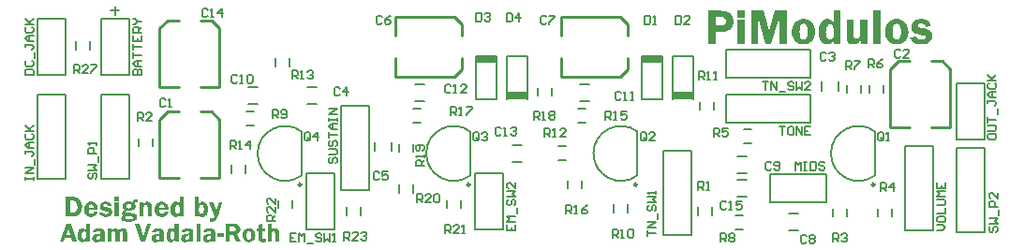
<source format=gto>
%FSLAX23Y23*%
%MOIN*%
G70*
G01*
G75*
G04 Layer_Color=65535*
%ADD10R,0.043X0.067*%
%ADD11R,0.039X0.059*%
%ADD12R,0.059X0.039*%
%ADD13R,0.067X0.043*%
%ADD14R,0.055X0.118*%
%ADD15R,0.118X0.055*%
%ADD16C,0.025*%
%ADD17C,0.010*%
%ADD18R,0.059X0.059*%
%ADD19C,0.059*%
%ADD20O,0.079X0.039*%
%ADD21O,0.079X0.039*%
%ADD22R,0.059X0.059*%
%ADD23C,0.138*%
%ADD24C,0.050*%
%ADD25C,0.010*%
%ADD26C,0.008*%
%ADD27C,0.008*%
%ADD28C,0.005*%
%ADD29C,0.006*%
%ADD30R,0.075X0.031*%
G36*
X646Y15D02*
X633D01*
Y22D01*
X633Y22D01*
X633Y22D01*
X632Y22D01*
X632Y21D01*
X631Y20D01*
X631Y20D01*
X630Y19D01*
X629Y18D01*
X627Y17D01*
X625Y15D01*
X624Y15D01*
X623Y14D01*
X621Y14D01*
X620Y14D01*
X619D01*
X618Y14D01*
X618Y14D01*
X617Y14D01*
X615Y15D01*
X613Y16D01*
X612Y16D01*
X611Y17D01*
X610Y17D01*
X609Y18D01*
X608Y19D01*
X607Y20D01*
Y20D01*
X607Y21D01*
X607Y21D01*
X606Y22D01*
X606Y22D01*
X606Y23D01*
X605Y24D01*
X605Y25D01*
X604Y26D01*
X604Y28D01*
X604Y29D01*
X603Y31D01*
X603Y32D01*
X603Y34D01*
X603Y36D01*
X603Y38D01*
Y38D01*
Y39D01*
Y39D01*
X603Y40D01*
Y41D01*
X603Y42D01*
X603Y44D01*
X603Y45D01*
X604Y48D01*
X605Y51D01*
X606Y54D01*
X606Y56D01*
X607Y57D01*
X607Y57D01*
X607Y57D01*
X608Y58D01*
X608Y58D01*
X608Y59D01*
X609Y59D01*
X610Y60D01*
X611Y60D01*
X612Y62D01*
X615Y63D01*
X616Y63D01*
X617Y63D01*
X619Y64D01*
X620Y64D01*
X621D01*
X622Y64D01*
X622Y64D01*
X623Y63D01*
X625Y63D01*
X627Y62D01*
X628Y62D01*
X629Y61D01*
X630Y61D01*
X630Y60D01*
X631Y59D01*
X632Y58D01*
Y80D01*
X646D01*
Y15D01*
D02*
G37*
G36*
X337Y158D02*
X338Y158D01*
X339Y158D01*
X340Y158D01*
X341Y157D01*
X344Y156D01*
X345Y156D01*
X347Y155D01*
X348Y154D01*
X350Y153D01*
X351Y152D01*
X352Y151D01*
X353Y151D01*
X353Y151D01*
X353Y150D01*
X354Y150D01*
X354Y149D01*
X355Y148D01*
X355Y147D01*
X356Y146D01*
X357Y144D01*
X357Y142D01*
X358Y141D01*
X359Y139D01*
X359Y136D01*
X359Y134D01*
X360Y131D01*
X360Y128D01*
X326D01*
Y128D01*
Y128D01*
Y128D01*
Y127D01*
Y126D01*
Y126D01*
Y126D01*
Y125D01*
X326Y124D01*
X326Y123D01*
X327Y122D01*
X327Y120D01*
X328Y119D01*
X329Y118D01*
X329Y117D01*
X329Y117D01*
X330Y117D01*
X331Y116D01*
X332Y116D01*
X333Y115D01*
X335Y115D01*
X336Y115D01*
X336D01*
X337Y115D01*
X337D01*
X339Y115D01*
X340Y116D01*
X341Y116D01*
X342Y117D01*
X342Y117D01*
X343Y118D01*
X344Y119D01*
X344Y120D01*
X345Y122D01*
X345Y123D01*
X359Y122D01*
X359Y122D01*
X359Y121D01*
X359Y120D01*
X358Y119D01*
X357Y118D01*
X357Y116D01*
X355Y115D01*
X354Y113D01*
X353Y111D01*
X351Y110D01*
X349Y108D01*
X347Y107D01*
X344Y106D01*
X342Y105D01*
X339Y104D01*
X336Y104D01*
X334D01*
X334Y104D01*
X333Y104D01*
X331Y104D01*
X329Y105D01*
X327Y105D01*
X324Y106D01*
X322Y107D01*
X322D01*
X322Y107D01*
X321Y108D01*
X320Y108D01*
X319Y109D01*
X318Y111D01*
X316Y112D01*
X315Y114D01*
X313Y116D01*
Y116D01*
X313Y116D01*
X313Y117D01*
X313Y117D01*
X312Y118D01*
X312Y118D01*
X312Y120D01*
X311Y122D01*
X310Y125D01*
X310Y127D01*
X310Y130D01*
Y131D01*
Y131D01*
Y132D01*
X310Y133D01*
X310Y134D01*
X310Y135D01*
X310Y136D01*
X311Y138D01*
X311Y141D01*
X312Y142D01*
X313Y144D01*
X314Y146D01*
X314Y147D01*
X316Y149D01*
X317Y151D01*
X317Y151D01*
X317Y151D01*
X318Y151D01*
X318Y152D01*
X319Y152D01*
X320Y153D01*
X321Y154D01*
X322Y154D01*
X323Y155D01*
X324Y156D01*
X326Y156D01*
X328Y157D01*
X329Y158D01*
X331Y158D01*
X333Y158D01*
X335Y158D01*
X336D01*
X337Y158D01*
D02*
G37*
G36*
X330Y15D02*
X317D01*
Y22D01*
X317Y22D01*
X317Y22D01*
X317Y22D01*
X317Y21D01*
X316Y20D01*
X315Y20D01*
X315Y19D01*
X314Y18D01*
X312Y17D01*
X310Y15D01*
X308Y15D01*
X307Y14D01*
X306Y14D01*
X304Y14D01*
X303D01*
X303Y14D01*
X302Y14D01*
X301Y14D01*
X300Y15D01*
X298Y16D01*
X297Y16D01*
X296Y17D01*
X295Y17D01*
X294Y18D01*
X293Y19D01*
X292Y20D01*
Y20D01*
X291Y21D01*
X291Y21D01*
X291Y22D01*
X291Y22D01*
X290Y23D01*
X290Y24D01*
X289Y25D01*
X289Y26D01*
X289Y28D01*
X288Y29D01*
X288Y31D01*
X288Y32D01*
X287Y34D01*
X287Y36D01*
X287Y38D01*
Y38D01*
Y39D01*
Y39D01*
X287Y40D01*
Y41D01*
X287Y42D01*
X288Y44D01*
X288Y45D01*
X288Y48D01*
X289Y51D01*
X290Y54D01*
X291Y56D01*
X292Y57D01*
X292Y57D01*
X292Y57D01*
X292Y58D01*
X293Y58D01*
X293Y59D01*
X294Y59D01*
X294Y60D01*
X295Y60D01*
X297Y62D01*
X299Y63D01*
X301Y63D01*
X302Y63D01*
X303Y64D01*
X305Y64D01*
X306D01*
X306Y64D01*
X307Y64D01*
X308Y63D01*
X309Y63D01*
X311Y62D01*
X312Y62D01*
X313Y61D01*
X314Y61D01*
X315Y60D01*
X316Y59D01*
X317Y58D01*
Y80D01*
X330D01*
Y15D01*
D02*
G37*
G36*
X806Y34D02*
X783D01*
Y45D01*
X806D01*
Y34D01*
D02*
G37*
G36*
X450Y64D02*
X451Y64D01*
X452Y63D01*
X454Y63D01*
X455Y62D01*
X456Y62D01*
X457Y62D01*
X457Y61D01*
X458Y61D01*
X458Y60D01*
X459Y60D01*
X460Y59D01*
X461Y58D01*
X461Y57D01*
X461Y57D01*
X462Y56D01*
X462Y55D01*
X462Y54D01*
X462Y53D01*
X463Y51D01*
X463Y50D01*
Y49D01*
X463Y47D01*
Y46D01*
Y15D01*
X449D01*
Y41D01*
Y41D01*
Y42D01*
Y42D01*
Y42D01*
Y43D01*
Y44D01*
X449Y46D01*
X449Y47D01*
X448Y48D01*
X448Y49D01*
Y49D01*
X448Y49D01*
X448Y49D01*
X448Y50D01*
X448Y51D01*
X447Y51D01*
X447Y51D01*
X447Y52D01*
X446Y52D01*
X446Y52D01*
X446Y52D01*
X445Y52D01*
X444Y52D01*
X444Y53D01*
X442D01*
X442Y52D01*
X441Y52D01*
X441Y52D01*
X440Y52D01*
X439Y51D01*
X438Y51D01*
X438Y51D01*
X438Y50D01*
X437Y50D01*
X437Y49D01*
X437Y48D01*
X436Y48D01*
X436Y47D01*
X436Y46D01*
X436Y45D01*
X436Y44D01*
X436Y43D01*
Y41D01*
Y15D01*
X422D01*
Y41D01*
Y41D01*
Y42D01*
Y42D01*
Y42D01*
Y43D01*
X421Y44D01*
Y46D01*
X421Y47D01*
X421Y48D01*
X421Y49D01*
Y49D01*
X421Y49D01*
X421Y49D01*
X421Y50D01*
X420Y51D01*
X419Y51D01*
X419Y52D01*
X419Y52D01*
X418Y52D01*
X418Y52D01*
X418Y52D01*
X417Y52D01*
X416Y53D01*
X415D01*
X414Y52D01*
X413Y52D01*
X412Y52D01*
X411Y52D01*
X411Y51D01*
X410Y50D01*
X410Y50D01*
X410Y50D01*
X409Y49D01*
X409Y48D01*
X409Y47D01*
X409Y46D01*
X408Y44D01*
X408Y41D01*
Y15D01*
X395D01*
Y63D01*
X408D01*
Y56D01*
X408Y56D01*
X408Y56D01*
X409Y57D01*
X409Y57D01*
X409Y58D01*
X410Y59D01*
X411Y60D01*
X412Y60D01*
X413Y61D01*
X414Y62D01*
X415Y62D01*
X416Y63D01*
X418Y63D01*
X419Y64D01*
X421Y64D01*
X422D01*
X422Y64D01*
X423D01*
X424Y64D01*
X424Y63D01*
X426Y63D01*
X427Y62D01*
X428Y62D01*
X430Y61D01*
X431Y60D01*
X432Y59D01*
X433Y58D01*
X434Y57D01*
X435Y55D01*
Y56D01*
X435Y56D01*
X435Y56D01*
X435Y57D01*
X436Y57D01*
X436Y58D01*
X437Y59D01*
X438Y60D01*
X439Y60D01*
X440Y61D01*
X441Y62D01*
X442Y62D01*
X443Y63D01*
X445Y63D01*
X447Y64D01*
X448Y64D01*
X449D01*
X450Y64D01*
D02*
G37*
G36*
X435Y105D02*
X419D01*
Y157D01*
X435D01*
Y105D01*
D02*
G37*
G36*
X786Y107D02*
Y107D01*
X785Y107D01*
X785Y106D01*
X785Y106D01*
X785Y105D01*
X785Y104D01*
X784Y102D01*
X783Y101D01*
X782Y99D01*
X782Y97D01*
X781Y95D01*
X781Y95D01*
X781Y94D01*
X780Y94D01*
X779Y93D01*
X779Y92D01*
X778Y91D01*
X777Y90D01*
X775Y89D01*
X775Y89D01*
X775Y89D01*
X774Y88D01*
X773Y88D01*
X771Y88D01*
X770Y87D01*
X768Y87D01*
X765Y87D01*
X764D01*
X763Y87D01*
X762D01*
X761Y87D01*
X759Y87D01*
X758Y87D01*
Y99D01*
X758D01*
X759Y99D01*
X759Y99D01*
X760Y99D01*
X761Y99D01*
X763Y99D01*
X765Y99D01*
X766D01*
X767Y99D01*
X768Y99D01*
X769Y99D01*
X770Y99D01*
X771Y100D01*
X771Y100D01*
X772Y100D01*
X772Y101D01*
X772Y101D01*
X772Y102D01*
X773Y102D01*
X773Y103D01*
X773Y104D01*
X774Y105D01*
X755Y157D01*
X771D01*
X781Y126D01*
X791Y157D01*
X802D01*
X786Y107D01*
D02*
G37*
G36*
X270Y175D02*
X271Y175D01*
X272Y175D01*
X274Y175D01*
X277Y175D01*
X280Y174D01*
X283Y173D01*
X285Y173D01*
X286Y172D01*
X286D01*
X286Y172D01*
X287Y172D01*
X287Y171D01*
X288Y170D01*
X290Y169D01*
X292Y167D01*
X294Y165D01*
X296Y163D01*
X298Y160D01*
X298Y160D01*
X298Y160D01*
X298Y160D01*
X298Y159D01*
X299Y158D01*
X299Y157D01*
X300Y156D01*
X300Y155D01*
X301Y154D01*
X301Y152D01*
X302Y150D01*
X302Y149D01*
X302Y147D01*
X303Y145D01*
X303Y143D01*
Y140D01*
Y140D01*
Y140D01*
X303Y139D01*
Y138D01*
X303Y137D01*
X302Y135D01*
X302Y133D01*
X302Y132D01*
X301Y130D01*
X301Y128D01*
X300Y125D01*
X299Y123D01*
X298Y121D01*
X297Y119D01*
X295Y117D01*
X294Y115D01*
X294Y115D01*
X293Y115D01*
X293Y114D01*
X292Y114D01*
X291Y113D01*
X290Y112D01*
X289Y111D01*
X287Y110D01*
X286Y109D01*
X284Y108D01*
X282Y107D01*
X280Y107D01*
X277Y106D01*
X275Y105D01*
X272Y105D01*
X269Y105D01*
X245D01*
Y176D01*
X269D01*
X270Y175D01*
D02*
G37*
G36*
X588Y158D02*
X589Y158D01*
X590Y158D01*
X591Y158D01*
X592Y157D01*
X595Y156D01*
X596Y156D01*
X598Y155D01*
X599Y154D01*
X601Y153D01*
X602Y152D01*
X604Y151D01*
X604Y151D01*
X604Y151D01*
X604Y150D01*
X605Y150D01*
X605Y149D01*
X606Y148D01*
X606Y147D01*
X607Y146D01*
X608Y144D01*
X608Y142D01*
X609Y141D01*
X610Y139D01*
X610Y136D01*
X610Y134D01*
X611Y131D01*
X611Y128D01*
X577D01*
Y128D01*
Y128D01*
Y128D01*
Y127D01*
Y126D01*
Y126D01*
Y126D01*
Y125D01*
X577Y124D01*
X577Y123D01*
X578Y122D01*
X578Y120D01*
X579Y119D01*
X580Y118D01*
X580Y117D01*
X581Y117D01*
X581Y117D01*
X582Y116D01*
X583Y116D01*
X584Y115D01*
X586Y115D01*
X587Y115D01*
X587D01*
X588Y115D01*
X588D01*
X590Y115D01*
X591Y116D01*
X592Y116D01*
X593Y117D01*
X594Y117D01*
X594Y118D01*
X595Y119D01*
X596Y120D01*
X596Y122D01*
X596Y123D01*
X610Y122D01*
X610Y122D01*
X610Y121D01*
X610Y120D01*
X609Y119D01*
X609Y118D01*
X608Y116D01*
X607Y115D01*
X605Y113D01*
X604Y111D01*
X602Y110D01*
X600Y108D01*
X598Y107D01*
X596Y106D01*
X593Y105D01*
X590Y104D01*
X587Y104D01*
X585D01*
X585Y104D01*
X584Y104D01*
X582Y104D01*
X580Y105D01*
X578Y105D01*
X576Y106D01*
X573Y107D01*
X573D01*
X573Y107D01*
X572Y108D01*
X571Y108D01*
X570Y109D01*
X569Y111D01*
X567Y112D01*
X566Y114D01*
X564Y116D01*
Y116D01*
X564Y116D01*
X564Y117D01*
X564Y117D01*
X564Y118D01*
X563Y118D01*
X563Y120D01*
X562Y122D01*
X561Y125D01*
X561Y127D01*
X561Y130D01*
Y131D01*
Y131D01*
Y132D01*
X561Y133D01*
X561Y134D01*
X561Y135D01*
X561Y136D01*
X562Y138D01*
X563Y141D01*
X563Y142D01*
X564Y144D01*
X565Y146D01*
X566Y147D01*
X567Y149D01*
X568Y151D01*
X568Y151D01*
X568Y151D01*
X569Y151D01*
X569Y152D01*
X570Y152D01*
X571Y153D01*
X572Y154D01*
X573Y154D01*
X574Y155D01*
X575Y156D01*
X577Y156D01*
X579Y157D01*
X580Y158D01*
X582Y158D01*
X584Y158D01*
X586Y158D01*
X587D01*
X588Y158D01*
D02*
G37*
G36*
X719Y151D02*
X720Y151D01*
X720Y151D01*
X720Y152D01*
X721Y153D01*
X723Y154D01*
X724Y156D01*
X727Y157D01*
X728Y158D01*
X729Y158D01*
X731Y158D01*
X732Y158D01*
X733D01*
X734Y158D01*
X734Y158D01*
X735Y158D01*
X737Y157D01*
X740Y156D01*
X741Y156D01*
X742Y155D01*
X743Y154D01*
X744Y153D01*
X745Y152D01*
X746Y151D01*
X747Y151D01*
X747Y151D01*
X747Y150D01*
X747Y150D01*
X748Y149D01*
X748Y148D01*
X749Y147D01*
X749Y146D01*
X750Y144D01*
X750Y143D01*
X750Y141D01*
X751Y139D01*
X751Y138D01*
X751Y135D01*
X752Y133D01*
Y131D01*
Y131D01*
Y130D01*
Y130D01*
X752Y129D01*
Y128D01*
X751Y127D01*
X751Y125D01*
X751Y124D01*
X750Y121D01*
X749Y118D01*
X749Y116D01*
X748Y114D01*
X747Y113D01*
X746Y111D01*
X746Y111D01*
X746Y111D01*
X746Y111D01*
X745Y110D01*
X745Y110D01*
X744Y109D01*
X743Y108D01*
X742Y108D01*
X741Y107D01*
X740Y106D01*
X739Y106D01*
X737Y105D01*
X736Y105D01*
X734Y104D01*
X733Y104D01*
X731Y104D01*
X730D01*
X729Y104D01*
X728Y104D01*
X726Y104D01*
X725Y105D01*
X724Y105D01*
X722Y106D01*
X722Y106D01*
X722Y106D01*
X721Y107D01*
X720Y107D01*
X719Y108D01*
X718Y109D01*
X717Y111D01*
X716Y113D01*
X715Y113D01*
X715Y113D01*
X715Y112D01*
X715Y111D01*
X714Y110D01*
X714Y109D01*
X713Y107D01*
X713Y106D01*
X712Y105D01*
X704D01*
Y176D01*
X719D01*
Y151D01*
D02*
G37*
G36*
X528Y15D02*
X511D01*
X492Y80D01*
X508D01*
X521Y33D01*
X535Y80D01*
X547D01*
X528Y15D01*
D02*
G37*
G36*
X365Y64D02*
X366D01*
X367Y63D01*
X369Y63D01*
X370Y63D01*
X372Y63D01*
X372D01*
X373Y62D01*
X374Y62D01*
X375Y62D01*
X376Y61D01*
X377Y61D01*
X378Y60D01*
X379Y59D01*
X379Y59D01*
X379Y59D01*
X380Y58D01*
X380Y58D01*
X381Y57D01*
X381Y56D01*
X382Y55D01*
X382Y54D01*
Y54D01*
X382Y54D01*
X382Y53D01*
X383Y52D01*
X383Y51D01*
X383Y50D01*
X383Y48D01*
Y46D01*
Y24D01*
Y24D01*
Y24D01*
Y23D01*
Y23D01*
Y22D01*
X383Y20D01*
X383Y19D01*
X383Y18D01*
X384Y16D01*
X384Y15D01*
X370D01*
Y15D01*
X370Y16D01*
X370Y16D01*
X370Y17D01*
X370Y18D01*
X370Y19D01*
X369Y21D01*
Y22D01*
X369Y22D01*
X369Y22D01*
X368Y21D01*
X367Y20D01*
X366Y18D01*
X365Y17D01*
X364Y16D01*
X362Y16D01*
X362Y16D01*
X362Y15D01*
X361Y15D01*
X360Y15D01*
X359Y14D01*
X357Y14D01*
X356Y14D01*
X354Y14D01*
X354D01*
X353Y14D01*
X352D01*
X352Y14D01*
X350Y14D01*
X349Y15D01*
X347Y16D01*
X345Y16D01*
X343Y18D01*
X343Y18D01*
X343Y18D01*
X342Y19D01*
X341Y20D01*
X341Y22D01*
X340Y23D01*
X339Y25D01*
X339Y27D01*
Y27D01*
Y28D01*
Y28D01*
X339Y29D01*
X340Y30D01*
X340Y31D01*
X340Y33D01*
X341Y34D01*
X342Y36D01*
X342Y36D01*
X342Y36D01*
X343Y37D01*
X343Y38D01*
X345Y39D01*
X346Y40D01*
X347Y41D01*
X349Y42D01*
X349D01*
X350Y42D01*
X350Y42D01*
X350Y42D01*
X351Y42D01*
X352Y42D01*
X353Y42D01*
X354Y43D01*
X355Y43D01*
X356Y43D01*
X358Y44D01*
X360Y44D01*
X362Y44D01*
X364Y44D01*
X366Y45D01*
X369Y45D01*
Y47D01*
Y48D01*
Y48D01*
Y48D01*
X369Y49D01*
X368Y50D01*
X368Y51D01*
X368Y52D01*
X367Y52D01*
X367Y53D01*
X366Y53D01*
X365Y54D01*
X364Y54D01*
X363Y54D01*
X362Y54D01*
X361D01*
X361Y54D01*
X359Y54D01*
X358Y54D01*
X357Y53D01*
X356Y52D01*
X355Y52D01*
X355Y51D01*
X354Y50D01*
X354Y49D01*
X354Y48D01*
X341Y49D01*
Y49D01*
X341Y49D01*
X341Y50D01*
X341Y50D01*
X341Y51D01*
X341Y52D01*
X342Y53D01*
X343Y55D01*
X344Y57D01*
X345Y58D01*
X346Y59D01*
X347Y60D01*
X348Y60D01*
X348D01*
X349Y60D01*
X349Y61D01*
X349Y61D01*
X350Y61D01*
X351Y61D01*
X352Y62D01*
X353Y62D01*
X355Y63D01*
X357Y63D01*
X360Y64D01*
X363Y64D01*
X364D01*
X365Y64D01*
D02*
G37*
G36*
X575D02*
X576D01*
X578Y63D01*
X579Y63D01*
X581Y63D01*
X583Y63D01*
X583D01*
X583Y62D01*
X584Y62D01*
X585Y62D01*
X586Y61D01*
X587Y61D01*
X588Y60D01*
X589Y59D01*
X589Y59D01*
X590Y59D01*
X590Y58D01*
X591Y58D01*
X591Y57D01*
X592Y56D01*
X592Y55D01*
X593Y54D01*
Y54D01*
X593Y54D01*
X593Y53D01*
X593Y52D01*
X593Y51D01*
X593Y50D01*
X594Y48D01*
Y46D01*
Y24D01*
Y24D01*
Y24D01*
Y23D01*
Y23D01*
Y22D01*
X594Y20D01*
X594Y19D01*
X594Y18D01*
X594Y16D01*
X594Y15D01*
X581D01*
Y15D01*
X581Y16D01*
X580Y16D01*
X580Y17D01*
X580Y18D01*
X580Y19D01*
X580Y21D01*
Y22D01*
X580Y22D01*
X579Y22D01*
X579Y21D01*
X578Y20D01*
X577Y18D01*
X575Y17D01*
X574Y16D01*
X573Y16D01*
X573Y16D01*
X572Y15D01*
X571Y15D01*
X570Y15D01*
X569Y14D01*
X568Y14D01*
X566Y14D01*
X565Y14D01*
X564D01*
X564Y14D01*
X563D01*
X562Y14D01*
X561Y14D01*
X559Y15D01*
X557Y16D01*
X555Y16D01*
X554Y18D01*
X554Y18D01*
X553Y18D01*
X552Y19D01*
X552Y20D01*
X551Y22D01*
X550Y23D01*
X550Y25D01*
X550Y27D01*
Y27D01*
Y28D01*
Y28D01*
X550Y29D01*
X550Y30D01*
X550Y31D01*
X551Y33D01*
X551Y34D01*
X552Y36D01*
X552Y36D01*
X553Y36D01*
X553Y37D01*
X554Y38D01*
X555Y39D01*
X556Y40D01*
X558Y41D01*
X560Y42D01*
X560D01*
X560Y42D01*
X560Y42D01*
X561Y42D01*
X562Y42D01*
X562Y42D01*
X563Y42D01*
X564Y43D01*
X566Y43D01*
X567Y43D01*
X569Y44D01*
X570Y44D01*
X572Y44D01*
X574Y44D01*
X577Y45D01*
X579Y45D01*
Y47D01*
Y48D01*
Y48D01*
Y48D01*
X579Y49D01*
X579Y50D01*
X578Y51D01*
X578Y52D01*
X578Y52D01*
X577Y53D01*
X576Y53D01*
X576Y54D01*
X575Y54D01*
X574Y54D01*
X572Y54D01*
X572D01*
X571Y54D01*
X570Y54D01*
X569Y54D01*
X567Y53D01*
X566Y52D01*
X566Y52D01*
X565Y51D01*
X565Y50D01*
X564Y49D01*
X564Y48D01*
X551Y49D01*
Y49D01*
X551Y49D01*
X551Y50D01*
X551Y50D01*
X552Y51D01*
X552Y52D01*
X553Y53D01*
X554Y55D01*
X555Y57D01*
X556Y58D01*
X557Y59D01*
X558Y60D01*
X559Y60D01*
X559D01*
X559Y60D01*
X559Y61D01*
X560Y61D01*
X561Y61D01*
X561Y61D01*
X562Y62D01*
X563Y62D01*
X565Y63D01*
X568Y63D01*
X571Y64D01*
X573Y64D01*
X574D01*
X575Y64D01*
D02*
G37*
G36*
X283Y15D02*
X267D01*
X263Y28D01*
X242D01*
X238Y15D01*
X225D01*
X246Y80D01*
X263D01*
X283Y15D01*
D02*
G37*
G36*
X898Y64D02*
X899Y64D01*
X900Y63D01*
X902Y63D01*
X903Y63D01*
X904Y62D01*
X906Y62D01*
X907Y61D01*
X908Y61D01*
X910Y60D01*
X911Y59D01*
X912Y58D01*
X914Y57D01*
X914Y56D01*
X914Y56D01*
X914Y56D01*
X915Y55D01*
X915Y55D01*
X916Y54D01*
X916Y53D01*
X917Y52D01*
X917Y50D01*
X918Y49D01*
X918Y48D01*
X919Y46D01*
X919Y44D01*
X919Y43D01*
X920Y41D01*
X920Y39D01*
Y39D01*
Y38D01*
Y38D01*
X920Y37D01*
X920Y36D01*
X919Y35D01*
X919Y34D01*
X919Y33D01*
X918Y30D01*
X918Y28D01*
X917Y27D01*
X916Y25D01*
X916Y24D01*
X914Y22D01*
X913Y21D01*
X913Y21D01*
X913Y21D01*
X913Y20D01*
X912Y20D01*
X912Y19D01*
X911Y19D01*
X910Y18D01*
X909Y18D01*
X908Y17D01*
X906Y16D01*
X905Y16D01*
X904Y15D01*
X902Y15D01*
X900Y14D01*
X898Y14D01*
X896Y14D01*
X895D01*
X895Y14D01*
X894Y14D01*
X893Y14D01*
X892Y15D01*
X891Y15D01*
X888Y16D01*
X887Y16D01*
X885Y17D01*
X884Y18D01*
X883Y19D01*
X881Y20D01*
X880Y21D01*
X880Y21D01*
X880Y21D01*
X880Y22D01*
X879Y22D01*
X879Y23D01*
X878Y24D01*
X878Y25D01*
X877Y26D01*
X877Y27D01*
X876Y28D01*
X876Y30D01*
X875Y31D01*
X875Y33D01*
X874Y35D01*
X874Y37D01*
X874Y39D01*
Y39D01*
Y39D01*
Y40D01*
Y40D01*
X874Y41D01*
Y42D01*
X874Y43D01*
X875Y45D01*
X875Y48D01*
X876Y50D01*
X877Y52D01*
Y52D01*
X877Y52D01*
X877Y52D01*
X877Y53D01*
X878Y54D01*
X879Y55D01*
X880Y56D01*
X881Y58D01*
X883Y59D01*
X884Y60D01*
X884D01*
X885Y61D01*
X885Y61D01*
X885Y61D01*
X886Y61D01*
X888Y62D01*
X889Y63D01*
X892Y63D01*
X894Y64D01*
X897Y64D01*
X898D01*
X898Y64D01*
D02*
G37*
G36*
X945Y63D02*
X955D01*
Y52D01*
X945D01*
Y32D01*
Y31D01*
Y31D01*
X945Y30D01*
Y30D01*
X945Y28D01*
X945Y27D01*
X946Y27D01*
X946D01*
X946Y26D01*
X946Y26D01*
X947Y26D01*
X948Y26D01*
X948Y25D01*
X950Y25D01*
X951Y25D01*
X954D01*
X956Y25D01*
Y15D01*
X955D01*
X955Y15D01*
X954Y15D01*
X953Y15D01*
X952Y14D01*
X951Y14D01*
X949Y14D01*
X948Y14D01*
X946D01*
X945Y14D01*
X945D01*
X944Y14D01*
X942Y14D01*
X940Y15D01*
X938Y15D01*
X936Y16D01*
X935Y17D01*
X934Y17D01*
X934Y18D01*
X934Y18D01*
X933Y19D01*
X933Y19D01*
X932Y20D01*
X932Y21D01*
X932Y22D01*
X931Y23D01*
X931Y24D01*
X931Y25D01*
X931Y27D01*
X930Y28D01*
Y30D01*
Y52D01*
X923D01*
Y63D01*
X931D01*
X932Y77D01*
X945Y78D01*
Y63D01*
D02*
G37*
G36*
X844Y80D02*
X845D01*
X847Y79D01*
X849Y79D01*
X851Y79D01*
X853Y78D01*
X855Y78D01*
X855D01*
X855Y78D01*
X856Y77D01*
X856Y77D01*
X857Y76D01*
X859Y75D01*
X860Y74D01*
X861Y73D01*
X863Y71D01*
Y71D01*
X863Y71D01*
X863Y70D01*
X863Y70D01*
X864Y69D01*
X864Y68D01*
X865Y66D01*
X865Y64D01*
X866Y62D01*
X866Y60D01*
Y60D01*
Y60D01*
X866Y59D01*
X866Y58D01*
X866Y57D01*
X865Y56D01*
X865Y55D01*
X864Y54D01*
X864Y52D01*
X863Y51D01*
X862Y50D01*
X861Y48D01*
X860Y47D01*
X858Y46D01*
X857Y44D01*
X855Y43D01*
X867Y15D01*
X850D01*
X840Y41D01*
X829D01*
Y15D01*
X814D01*
Y80D01*
X843D01*
X844Y80D01*
D02*
G37*
G36*
X976Y56D02*
X977Y57D01*
X977Y57D01*
X977Y57D01*
X978Y58D01*
X978Y59D01*
X979Y59D01*
X979Y60D01*
X980Y61D01*
X981Y61D01*
X982Y62D01*
X984Y63D01*
X985Y63D01*
X986Y63D01*
X988Y64D01*
X989Y64D01*
X990D01*
X991Y64D01*
X992Y63D01*
X993Y63D01*
X995Y63D01*
X996Y62D01*
X998Y62D01*
X998Y62D01*
X998Y61D01*
X999Y61D01*
X999Y60D01*
X1000Y59D01*
X1001Y58D01*
X1002Y57D01*
X1002Y56D01*
X1003Y56D01*
X1003Y56D01*
X1003Y55D01*
X1003Y54D01*
X1003Y52D01*
X1004Y51D01*
X1004Y49D01*
X1004Y46D01*
Y15D01*
X990D01*
Y42D01*
Y42D01*
Y42D01*
Y43D01*
Y44D01*
Y45D01*
X990Y47D01*
X989Y48D01*
X989Y48D01*
Y49D01*
X989Y49D01*
X989Y49D01*
X989Y50D01*
X988Y51D01*
X988Y52D01*
X987Y52D01*
X987Y52D01*
X987Y52D01*
X987Y52D01*
X986Y53D01*
X985Y53D01*
X984D01*
X983Y53D01*
X983Y52D01*
X982Y52D01*
X981Y52D01*
X980Y51D01*
X979Y51D01*
X979Y51D01*
X979Y50D01*
X978Y50D01*
X978Y49D01*
X977Y48D01*
X977Y46D01*
X977Y45D01*
X976Y44D01*
X976Y43D01*
Y42D01*
Y15D01*
X963D01*
Y80D01*
X976D01*
Y56D01*
D02*
G37*
G36*
X758Y64D02*
X759D01*
X761Y63D01*
X762Y63D01*
X764Y63D01*
X766Y63D01*
X766D01*
X766Y62D01*
X767Y62D01*
X768Y62D01*
X769Y61D01*
X770Y61D01*
X771Y60D01*
X772Y59D01*
X772Y59D01*
X773Y59D01*
X773Y58D01*
X774Y58D01*
X774Y57D01*
X775Y56D01*
X775Y55D01*
X776Y54D01*
Y54D01*
X776Y54D01*
X776Y53D01*
X776Y52D01*
X776Y51D01*
X776Y50D01*
X777Y48D01*
Y46D01*
Y24D01*
Y24D01*
Y24D01*
Y23D01*
Y23D01*
Y22D01*
X777Y20D01*
X777Y19D01*
X777Y18D01*
X777Y16D01*
X777Y15D01*
X764D01*
Y15D01*
X764Y16D01*
X764Y16D01*
X763Y17D01*
X763Y18D01*
X763Y19D01*
X763Y21D01*
Y22D01*
X763Y22D01*
X762Y22D01*
X762Y21D01*
X761Y20D01*
X760Y18D01*
X758Y17D01*
X757Y16D01*
X756Y16D01*
X756Y16D01*
X755Y15D01*
X754Y15D01*
X753Y15D01*
X752Y14D01*
X751Y14D01*
X749Y14D01*
X748Y14D01*
X747D01*
X747Y14D01*
X746D01*
X745Y14D01*
X744Y14D01*
X742Y15D01*
X740Y16D01*
X738Y16D01*
X737Y18D01*
X737Y18D01*
X736Y18D01*
X736Y19D01*
X735Y20D01*
X734Y22D01*
X733Y23D01*
X733Y25D01*
X733Y27D01*
Y27D01*
Y28D01*
Y28D01*
X733Y29D01*
X733Y30D01*
X733Y31D01*
X734Y33D01*
X734Y34D01*
X735Y36D01*
X735Y36D01*
X736Y36D01*
X736Y37D01*
X737Y38D01*
X738Y39D01*
X739Y40D01*
X741Y41D01*
X743Y42D01*
X743D01*
X743Y42D01*
X743Y42D01*
X744Y42D01*
X745Y42D01*
X745Y42D01*
X746Y42D01*
X747Y43D01*
X749Y43D01*
X750Y43D01*
X752Y44D01*
X753Y44D01*
X755Y44D01*
X758Y44D01*
X760Y45D01*
X762Y45D01*
Y47D01*
Y48D01*
Y48D01*
Y48D01*
X762Y49D01*
X762Y50D01*
X761Y51D01*
X761Y52D01*
X761Y52D01*
X760Y53D01*
X759Y53D01*
X759Y54D01*
X758Y54D01*
X757Y54D01*
X755Y54D01*
X755D01*
X754Y54D01*
X753Y54D01*
X752Y54D01*
X750Y53D01*
X749Y52D01*
X749Y52D01*
X748Y51D01*
X748Y50D01*
X747Y49D01*
X747Y48D01*
X734Y49D01*
Y49D01*
X734Y49D01*
X734Y50D01*
X735Y50D01*
X735Y51D01*
X735Y52D01*
X736Y53D01*
X737Y55D01*
X738Y57D01*
X739Y58D01*
X740Y59D01*
X741Y60D01*
X742Y60D01*
X742D01*
X742Y60D01*
X742Y61D01*
X743Y61D01*
X744Y61D01*
X744Y61D01*
X745Y62D01*
X746Y62D01*
X748Y63D01*
X751Y63D01*
X754Y64D01*
X756Y64D01*
X757D01*
X758Y64D01*
D02*
G37*
G36*
X680D02*
X681D01*
X683Y63D01*
X684Y63D01*
X686Y63D01*
X687Y63D01*
X688D01*
X688Y62D01*
X689Y62D01*
X690Y62D01*
X691Y61D01*
X692Y61D01*
X693Y60D01*
X694Y59D01*
X694Y59D01*
X695Y59D01*
X695Y58D01*
X696Y58D01*
X696Y57D01*
X697Y56D01*
X697Y55D01*
X697Y54D01*
Y54D01*
X698Y54D01*
X698Y53D01*
X698Y52D01*
X698Y51D01*
X698Y50D01*
X698Y48D01*
Y46D01*
Y24D01*
Y24D01*
Y24D01*
Y23D01*
Y23D01*
Y22D01*
X698Y20D01*
X699Y19D01*
X699Y18D01*
X699Y16D01*
X699Y15D01*
X686D01*
Y15D01*
X685Y16D01*
X685Y16D01*
X685Y17D01*
X685Y18D01*
X685Y19D01*
X685Y21D01*
Y22D01*
X685Y22D01*
X684Y22D01*
X684Y21D01*
X683Y20D01*
X681Y18D01*
X680Y17D01*
X679Y16D01*
X678Y16D01*
X677Y16D01*
X677Y15D01*
X676Y15D01*
X675Y15D01*
X674Y14D01*
X673Y14D01*
X671Y14D01*
X670Y14D01*
X669D01*
X668Y14D01*
X668D01*
X667Y14D01*
X666Y14D01*
X664Y15D01*
X662Y16D01*
X660Y16D01*
X659Y18D01*
X658Y18D01*
X658Y18D01*
X657Y19D01*
X657Y20D01*
X656Y22D01*
X655Y23D01*
X655Y25D01*
X655Y27D01*
Y27D01*
Y28D01*
Y28D01*
X655Y29D01*
X655Y30D01*
X655Y31D01*
X656Y33D01*
X656Y34D01*
X657Y36D01*
X657Y36D01*
X657Y36D01*
X658Y37D01*
X659Y38D01*
X660Y39D01*
X661Y40D01*
X663Y41D01*
X665Y42D01*
X665D01*
X665Y42D01*
X665Y42D01*
X666Y42D01*
X666Y42D01*
X667Y42D01*
X668Y42D01*
X669Y43D01*
X670Y43D01*
X672Y43D01*
X673Y44D01*
X675Y44D01*
X677Y44D01*
X679Y44D01*
X682Y45D01*
X684Y45D01*
Y47D01*
Y48D01*
Y48D01*
Y48D01*
X684Y49D01*
X684Y50D01*
X683Y51D01*
X683Y52D01*
X682Y52D01*
X682Y53D01*
X681Y53D01*
X680Y54D01*
X680Y54D01*
X678Y54D01*
X677Y54D01*
X676D01*
X676Y54D01*
X675Y54D01*
X673Y54D01*
X672Y53D01*
X671Y52D01*
X671Y52D01*
X670Y51D01*
X670Y50D01*
X669Y49D01*
X669Y48D01*
X656Y49D01*
Y49D01*
X656Y49D01*
X656Y50D01*
X656Y50D01*
X657Y51D01*
X657Y52D01*
X657Y53D01*
X658Y55D01*
X660Y57D01*
X661Y58D01*
X662Y59D01*
X663Y60D01*
X664Y60D01*
X664D01*
X664Y60D01*
X664Y61D01*
X665Y61D01*
X665Y61D01*
X666Y61D01*
X667Y62D01*
X668Y62D01*
X670Y63D01*
X673Y63D01*
X675Y64D01*
X678Y64D01*
X679D01*
X680Y64D01*
D02*
G37*
G36*
X724Y15D02*
X710D01*
Y80D01*
X724D01*
Y15D01*
D02*
G37*
G36*
X2580Y837D02*
X2581D01*
X2585Y837D01*
X2589Y837D01*
X2593Y836D01*
X2596Y835D01*
X2600Y834D01*
X2600D01*
X2600Y834D01*
X2601Y834D01*
X2603Y833D01*
X2605Y831D01*
X2607Y830D01*
X2610Y828D01*
X2612Y825D01*
X2615Y822D01*
Y822D01*
X2615Y822D01*
X2615Y821D01*
X2616Y821D01*
X2617Y819D01*
X2618Y817D01*
X2619Y813D01*
X2620Y810D01*
X2621Y806D01*
X2621Y801D01*
Y801D01*
Y801D01*
Y800D01*
X2621Y798D01*
X2621Y796D01*
X2620Y793D01*
X2620Y791D01*
X2619Y788D01*
X2618Y784D01*
X2617Y784D01*
X2617Y783D01*
X2616Y781D01*
X2615Y780D01*
X2614Y778D01*
X2612Y775D01*
X2610Y773D01*
X2608Y771D01*
X2608Y771D01*
X2607Y771D01*
X2606Y770D01*
X2604Y769D01*
X2602Y768D01*
X2600Y767D01*
X2598Y766D01*
X2596Y765D01*
X2596D01*
X2595Y765D01*
X2593Y765D01*
X2591Y764D01*
X2589Y764D01*
X2585Y764D01*
X2582Y764D01*
X2558D01*
Y720D01*
X2530D01*
Y838D01*
X2579D01*
X2580Y837D01*
D02*
G37*
G36*
X2661Y720D02*
X2635D01*
Y807D01*
X2661D01*
Y720D01*
D02*
G37*
G36*
X3204Y808D02*
X3206Y808D01*
X3208Y808D01*
X3210Y808D01*
X3212Y807D01*
X3214Y806D01*
X3217Y806D01*
X3220Y804D01*
X3222Y803D01*
X3225Y802D01*
X3227Y800D01*
X3229Y798D01*
X3232Y796D01*
X3232Y795D01*
X3232Y795D01*
X3233Y794D01*
X3234Y793D01*
X3234Y792D01*
X3235Y790D01*
X3236Y789D01*
X3237Y787D01*
X3238Y784D01*
X3239Y782D01*
X3240Y779D01*
X3241Y776D01*
X3242Y773D01*
X3242Y770D01*
X3243Y767D01*
X3243Y763D01*
Y763D01*
Y762D01*
Y761D01*
X3243Y760D01*
X3243Y758D01*
X3242Y756D01*
X3242Y754D01*
X3242Y752D01*
X3240Y747D01*
X3239Y744D01*
X3238Y741D01*
X3237Y739D01*
X3235Y736D01*
X3233Y733D01*
X3231Y731D01*
X3231Y731D01*
X3231Y730D01*
X3230Y730D01*
X3229Y729D01*
X3228Y728D01*
X3227Y727D01*
X3225Y726D01*
X3223Y725D01*
X3221Y723D01*
X3219Y722D01*
X3216Y721D01*
X3214Y720D01*
X3211Y719D01*
X3207Y719D01*
X3204Y718D01*
X3201Y718D01*
X3199D01*
X3197Y718D01*
X3196Y719D01*
X3194Y719D01*
X3192Y719D01*
X3190Y720D01*
X3185Y721D01*
X3183Y722D01*
X3180Y724D01*
X3178Y725D01*
X3175Y727D01*
X3173Y729D01*
X3171Y731D01*
X3171Y731D01*
X3170Y731D01*
X3170Y732D01*
X3169Y733D01*
X3168Y734D01*
X3167Y736D01*
X3167Y738D01*
X3165Y740D01*
X3164Y742D01*
X3163Y744D01*
X3162Y747D01*
X3162Y750D01*
X3161Y753D01*
X3160Y756D01*
X3160Y760D01*
X3160Y763D01*
Y764D01*
Y764D01*
Y765D01*
Y766D01*
X3160Y767D01*
Y768D01*
X3160Y772D01*
X3161Y775D01*
X3162Y779D01*
X3163Y783D01*
X3165Y787D01*
Y787D01*
X3165Y787D01*
X3165Y788D01*
X3166Y789D01*
X3167Y790D01*
X3168Y793D01*
X3170Y795D01*
X3173Y798D01*
X3175Y800D01*
X3179Y803D01*
X3179D01*
X3179Y803D01*
X3180Y803D01*
X3180Y803D01*
X3182Y804D01*
X3185Y806D01*
X3188Y807D01*
X3192Y808D01*
X3196Y808D01*
X3201Y809D01*
X3203D01*
X3204Y808D01*
D02*
G37*
G36*
X435Y161D02*
X419D01*
Y177D01*
X435D01*
Y161D01*
D02*
G37*
G36*
X2873Y808D02*
X2874Y808D01*
X2876Y808D01*
X2878Y808D01*
X2881Y807D01*
X2883Y806D01*
X2886Y806D01*
X2888Y804D01*
X2891Y803D01*
X2893Y802D01*
X2896Y800D01*
X2898Y798D01*
X2900Y796D01*
X2900Y795D01*
X2901Y795D01*
X2901Y794D01*
X2902Y793D01*
X2903Y792D01*
X2904Y790D01*
X2905Y789D01*
X2906Y787D01*
X2907Y784D01*
X2908Y782D01*
X2909Y779D01*
X2910Y776D01*
X2910Y773D01*
X2911Y770D01*
X2911Y767D01*
X2911Y763D01*
Y763D01*
Y762D01*
Y761D01*
X2911Y760D01*
X2911Y758D01*
X2911Y756D01*
X2911Y754D01*
X2910Y752D01*
X2909Y747D01*
X2908Y744D01*
X2906Y741D01*
X2905Y739D01*
X2904Y736D01*
X2902Y733D01*
X2900Y731D01*
X2900Y731D01*
X2899Y730D01*
X2899Y730D01*
X2898Y729D01*
X2896Y728D01*
X2895Y727D01*
X2894Y726D01*
X2892Y725D01*
X2890Y723D01*
X2887Y722D01*
X2885Y721D01*
X2882Y720D01*
X2879Y719D01*
X2876Y719D01*
X2873Y718D01*
X2869Y718D01*
X2867D01*
X2866Y718D01*
X2864Y719D01*
X2863Y719D01*
X2861Y719D01*
X2859Y720D01*
X2854Y721D01*
X2851Y722D01*
X2849Y724D01*
X2846Y725D01*
X2844Y727D01*
X2842Y729D01*
X2839Y731D01*
X2839Y731D01*
X2839Y731D01*
X2838Y732D01*
X2838Y733D01*
X2837Y734D01*
X2836Y736D01*
X2835Y738D01*
X2834Y740D01*
X2833Y742D01*
X2832Y744D01*
X2831Y747D01*
X2830Y750D01*
X2829Y753D01*
X2829Y756D01*
X2829Y760D01*
X2828Y763D01*
Y764D01*
Y764D01*
Y765D01*
Y766D01*
X2829Y767D01*
Y768D01*
X2829Y772D01*
X2830Y775D01*
X2830Y779D01*
X2832Y783D01*
X2833Y787D01*
Y787D01*
X2834Y787D01*
X2834Y788D01*
X2834Y789D01*
X2835Y790D01*
X2837Y793D01*
X2839Y795D01*
X2841Y798D01*
X2844Y800D01*
X2847Y803D01*
X2847D01*
X2847Y803D01*
X2848Y803D01*
X2849Y803D01*
X2851Y804D01*
X2853Y806D01*
X2856Y807D01*
X2860Y808D01*
X2864Y808D01*
X2869Y809D01*
X2871D01*
X2873Y808D01*
D02*
G37*
G36*
X3144Y720D02*
X3118D01*
Y838D01*
X3144D01*
Y720D01*
D02*
G37*
G36*
X3002D02*
X2978D01*
Y734D01*
X2978Y733D01*
X2978Y733D01*
X2977Y732D01*
X2976Y731D01*
X2975Y730D01*
X2974Y729D01*
X2973Y727D01*
X2972Y726D01*
X2968Y723D01*
X2964Y721D01*
X2962Y720D01*
X2959Y719D01*
X2957Y718D01*
X2954Y718D01*
X2953D01*
X2951Y718D01*
X2950Y719D01*
X2949Y719D01*
X2946Y720D01*
X2942Y721D01*
X2940Y722D01*
X2938Y723D01*
X2936Y724D01*
X2934Y726D01*
X2933Y728D01*
X2931Y730D01*
Y730D01*
X2931Y730D01*
X2930Y731D01*
X2930Y732D01*
X2929Y733D01*
X2929Y735D01*
X2928Y736D01*
X2927Y738D01*
X2926Y741D01*
X2926Y743D01*
X2925Y746D01*
X2924Y749D01*
X2924Y752D01*
X2923Y755D01*
X2923Y759D01*
X2923Y762D01*
Y763D01*
Y763D01*
Y764D01*
X2923Y766D01*
Y768D01*
X2923Y770D01*
X2924Y772D01*
X2924Y775D01*
X2925Y780D01*
X2926Y786D01*
X2929Y791D01*
X2930Y794D01*
X2931Y796D01*
X2931Y796D01*
X2932Y797D01*
X2932Y797D01*
X2933Y798D01*
X2934Y799D01*
X2935Y800D01*
X2936Y801D01*
X2937Y803D01*
X2941Y805D01*
X2945Y807D01*
X2947Y808D01*
X2950Y808D01*
X2953Y808D01*
X2955Y809D01*
X2957D01*
X2958Y808D01*
X2959Y808D01*
X2960Y808D01*
X2963Y807D01*
X2967Y806D01*
X2969Y805D01*
X2970Y804D01*
X2972Y803D01*
X2974Y801D01*
X2975Y800D01*
X2977Y798D01*
Y838D01*
X3002D01*
Y720D01*
D02*
G37*
G36*
X2661Y814D02*
X2635D01*
Y840D01*
X2661D01*
Y814D01*
D02*
G37*
G36*
X3293Y808D02*
X3294Y808D01*
X3297Y808D01*
X3301Y807D01*
X3304Y806D01*
X3308Y805D01*
X3311Y803D01*
X3311D01*
X3312Y803D01*
X3313Y802D01*
X3314Y801D01*
X3316Y799D01*
X3318Y796D01*
X3320Y793D01*
X3322Y790D01*
X3324Y786D01*
X3305Y781D01*
Y781D01*
X3305Y781D01*
X3305Y782D01*
X3305Y783D01*
X3304Y785D01*
X3302Y787D01*
X3300Y789D01*
X3298Y790D01*
X3297Y791D01*
X3295Y792D01*
X3293Y792D01*
X3291Y793D01*
X3288Y793D01*
X3287D01*
X3286Y793D01*
X3284Y792D01*
X3282Y792D01*
X3280Y791D01*
X3278Y789D01*
X3277Y788D01*
X3276Y787D01*
X3276Y786D01*
X3276Y785D01*
Y785D01*
Y784D01*
X3276Y784D01*
X3276Y783D01*
X3277Y781D01*
X3277Y781D01*
X3278Y780D01*
X3278D01*
X3278Y779D01*
X3279Y779D01*
X3280Y779D01*
X3282Y778D01*
X3284Y778D01*
X3287Y777D01*
X3290Y777D01*
X3291D01*
X3292Y776D01*
X3293Y776D01*
X3294Y776D01*
X3295Y776D01*
X3299Y775D01*
X3302Y775D01*
X3306Y774D01*
X3309Y773D01*
X3312Y772D01*
X3312Y772D01*
X3313Y771D01*
X3315Y771D01*
X3316Y770D01*
X3318Y769D01*
X3320Y767D01*
X3322Y766D01*
X3324Y763D01*
X3324Y763D01*
X3324Y762D01*
X3325Y761D01*
X3326Y759D01*
X3326Y757D01*
X3327Y755D01*
X3328Y752D01*
X3328Y748D01*
Y748D01*
Y748D01*
Y747D01*
X3328Y746D01*
X3327Y745D01*
X3327Y744D01*
X3326Y741D01*
X3325Y737D01*
X3323Y734D01*
X3322Y732D01*
X3321Y730D01*
X3319Y728D01*
X3317Y726D01*
X3317D01*
X3317Y726D01*
X3316Y726D01*
X3316Y725D01*
X3314Y725D01*
X3313Y724D01*
X3312Y723D01*
X3310Y722D01*
X3308Y721D01*
X3306Y721D01*
X3304Y720D01*
X3301Y719D01*
X3299Y719D01*
X3296Y719D01*
X3292Y718D01*
X3289Y718D01*
X3288D01*
X3286Y718D01*
X3284Y719D01*
X3281Y719D01*
X3278Y719D01*
X3275Y720D01*
X3272Y721D01*
X3268Y723D01*
X3265Y724D01*
X3262Y726D01*
X3258Y729D01*
X3255Y732D01*
X3253Y735D01*
X3251Y739D01*
X3249Y744D01*
X3271Y747D01*
Y747D01*
X3271Y746D01*
X3271Y746D01*
X3272Y745D01*
X3273Y743D01*
X3273Y742D01*
X3274Y741D01*
X3275Y740D01*
X3277Y739D01*
X3278Y738D01*
X3280Y737D01*
X3282Y736D01*
X3285Y736D01*
X3287Y736D01*
X3290Y735D01*
X3291D01*
X3292Y736D01*
X3294Y736D01*
X3296Y736D01*
X3297Y736D01*
X3299Y737D01*
X3301Y738D01*
X3301Y738D01*
X3302Y738D01*
X3302Y739D01*
X3303Y739D01*
X3304Y740D01*
X3305Y741D01*
X3305Y742D01*
X3305Y744D01*
Y744D01*
X3305Y745D01*
X3305Y746D01*
X3304Y747D01*
X3303Y748D01*
X3301Y749D01*
X3300Y750D01*
X3299Y750D01*
X3297Y751D01*
X3296Y751D01*
X3295D01*
X3294Y751D01*
X3293Y751D01*
X3291Y751D01*
X3289Y752D01*
X3287Y752D01*
X3284Y753D01*
X3281Y753D01*
X3276Y755D01*
X3270Y756D01*
X3267Y757D01*
X3265Y759D01*
X3263Y760D01*
X3261Y761D01*
X3261Y761D01*
X3260Y762D01*
X3258Y764D01*
X3257Y766D01*
X3255Y768D01*
X3254Y772D01*
X3253Y776D01*
X3253Y778D01*
X3253Y780D01*
Y780D01*
Y781D01*
Y781D01*
X3253Y782D01*
X3253Y783D01*
X3253Y784D01*
X3254Y787D01*
X3255Y791D01*
X3257Y794D01*
X3258Y796D01*
X3259Y797D01*
X3261Y799D01*
X3262Y801D01*
X3263Y801D01*
X3263Y801D01*
X3263Y801D01*
X3264Y802D01*
X3265Y802D01*
X3266Y803D01*
X3268Y804D01*
X3269Y805D01*
X3271Y805D01*
X3273Y806D01*
X3275Y807D01*
X3278Y807D01*
X3280Y808D01*
X3283Y808D01*
X3286Y809D01*
X3292D01*
X3293Y808D01*
D02*
G37*
G36*
X3097Y720D02*
X3073D01*
Y734D01*
X3073Y734D01*
X3073Y733D01*
X3072Y732D01*
X3071Y731D01*
X3070Y729D01*
X3069Y728D01*
X3068Y726D01*
X3066Y725D01*
X3064Y723D01*
X3062Y722D01*
X3060Y721D01*
X3057Y720D01*
X3054Y719D01*
X3051Y718D01*
X3048Y718D01*
X3046D01*
X3044Y718D01*
X3042Y719D01*
X3040Y719D01*
X3037Y720D01*
X3035Y721D01*
X3032Y722D01*
X3032Y722D01*
X3031Y722D01*
X3031Y723D01*
X3030Y724D01*
X3028Y726D01*
X3027Y727D01*
X3026Y729D01*
X3025Y732D01*
Y732D01*
X3025Y733D01*
X3024Y734D01*
X3024Y736D01*
X3023Y739D01*
X3023Y742D01*
X3023Y746D01*
X3023Y750D01*
Y807D01*
X3048D01*
Y750D01*
Y750D01*
Y749D01*
Y749D01*
X3048Y748D01*
X3048Y746D01*
X3049Y744D01*
X3050Y742D01*
X3052Y740D01*
X3053Y739D01*
X3054Y739D01*
X3055Y739D01*
X3057Y738D01*
X3058D01*
X3059Y739D01*
X3060Y739D01*
X3061Y739D01*
X3063Y739D01*
X3064Y740D01*
X3066Y741D01*
X3066Y741D01*
X3066Y742D01*
X3067Y742D01*
X3068Y743D01*
X3069Y745D01*
X3070Y746D01*
X3070Y747D01*
Y747D01*
X3070Y748D01*
X3071Y749D01*
X3071Y750D01*
X3071Y751D01*
X3071Y753D01*
X3071Y755D01*
Y758D01*
Y807D01*
X3097D01*
Y720D01*
D02*
G37*
G36*
X2811D02*
X2783D01*
Y816D01*
X2754Y720D01*
X2735D01*
X2706Y816D01*
Y720D01*
X2683D01*
Y838D01*
X2726D01*
X2746Y767D01*
X2768Y838D01*
X2811D01*
Y720D01*
D02*
G37*
G36*
X536Y158D02*
X537D01*
X537Y158D01*
X539Y158D01*
X541Y157D01*
X543Y156D01*
X545Y155D01*
X547Y154D01*
X547Y154D01*
X547Y154D01*
X547Y153D01*
X548Y153D01*
X548Y152D01*
X549Y152D01*
X549Y151D01*
X549Y150D01*
X550Y149D01*
X550Y147D01*
X551Y146D01*
X551Y144D01*
X551Y142D01*
X551Y141D01*
Y138D01*
Y105D01*
X536D01*
Y134D01*
Y134D01*
Y134D01*
Y135D01*
Y136D01*
Y137D01*
X536Y138D01*
X536Y140D01*
X535Y141D01*
X535Y141D01*
Y142D01*
X535Y142D01*
X535Y142D01*
X535Y143D01*
X534Y144D01*
X533Y145D01*
X533Y145D01*
X533Y145D01*
X533Y145D01*
X532Y146D01*
X532Y146D01*
X531Y146D01*
X530Y146D01*
X529Y146D01*
X529D01*
X529Y146D01*
X528Y146D01*
X527Y146D01*
X526Y145D01*
X525Y145D01*
X525Y144D01*
X524Y143D01*
X523Y142D01*
X523Y141D01*
X522Y140D01*
X522Y138D01*
X521Y136D01*
X521Y134D01*
Y105D01*
X506D01*
Y157D01*
X520D01*
Y148D01*
X520Y149D01*
X521Y149D01*
X521Y149D01*
X522Y150D01*
X522Y152D01*
X523Y153D01*
X525Y154D01*
X526Y155D01*
X527Y156D01*
X527Y156D01*
X528Y157D01*
X529Y157D01*
X529Y157D01*
X531Y158D01*
X532Y158D01*
X533Y158D01*
X535Y158D01*
X535D01*
X536Y158D01*
D02*
G37*
G36*
X390D02*
X390Y158D01*
X392Y158D01*
X394Y157D01*
X397Y157D01*
X399Y156D01*
X401Y155D01*
X401D01*
X401Y155D01*
X401Y154D01*
X402Y153D01*
X404Y152D01*
X405Y151D01*
X406Y149D01*
X407Y147D01*
X408Y144D01*
X397Y142D01*
Y142D01*
X397Y142D01*
X397Y142D01*
X397Y143D01*
X396Y144D01*
X395Y145D01*
X394Y146D01*
X393Y147D01*
X392Y148D01*
X391Y148D01*
X390Y148D01*
X388Y149D01*
X387Y149D01*
X386D01*
X386Y149D01*
X384Y148D01*
X383Y148D01*
X382Y148D01*
X380Y147D01*
X380Y146D01*
X380Y145D01*
X379Y145D01*
X379Y144D01*
Y144D01*
Y144D01*
X379Y143D01*
X379Y143D01*
X380Y142D01*
X380Y141D01*
X381Y141D01*
X381D01*
X381Y141D01*
X381Y140D01*
X382Y140D01*
X383Y140D01*
X384Y140D01*
X386Y139D01*
X388Y139D01*
X388D01*
X389Y139D01*
X389Y139D01*
X390Y139D01*
X391Y139D01*
X393Y138D01*
X395Y138D01*
X397Y137D01*
X399Y137D01*
X401Y136D01*
X401Y136D01*
X402Y136D01*
X403Y136D01*
X404Y135D01*
X405Y134D01*
X406Y133D01*
X407Y132D01*
X408Y131D01*
X408Y131D01*
X408Y130D01*
X409Y130D01*
X409Y129D01*
X410Y127D01*
X410Y126D01*
X410Y124D01*
X411Y122D01*
Y122D01*
Y122D01*
Y121D01*
X410Y121D01*
X410Y120D01*
X410Y119D01*
X410Y117D01*
X409Y115D01*
X408Y113D01*
X407Y112D01*
X406Y111D01*
X405Y110D01*
X404Y109D01*
X404D01*
X404Y109D01*
X404Y108D01*
X403Y108D01*
X403Y108D01*
X402Y107D01*
X401Y107D01*
X400Y106D01*
X399Y106D01*
X398Y105D01*
X396Y105D01*
X395Y105D01*
X393Y104D01*
X391Y104D01*
X389Y104D01*
X387Y104D01*
X386D01*
X385Y104D01*
X384Y104D01*
X383Y104D01*
X381Y105D01*
X379Y105D01*
X377Y106D01*
X375Y107D01*
X373Y108D01*
X371Y109D01*
X369Y110D01*
X367Y112D01*
X366Y114D01*
X364Y117D01*
X364Y119D01*
X376Y121D01*
Y121D01*
X377Y121D01*
X377Y121D01*
X377Y120D01*
X377Y119D01*
X378Y118D01*
X378Y118D01*
X379Y117D01*
X380Y116D01*
X381Y116D01*
X382Y115D01*
X383Y115D01*
X385Y115D01*
X386Y114D01*
X388Y114D01*
X389D01*
X389Y114D01*
X390Y114D01*
X391Y115D01*
X392Y115D01*
X393Y115D01*
X394Y116D01*
X395Y116D01*
X395Y116D01*
X395Y116D01*
X396Y117D01*
X396Y117D01*
X397Y118D01*
X397Y118D01*
X397Y119D01*
Y119D01*
X397Y120D01*
X397Y120D01*
X396Y121D01*
X396Y122D01*
X395Y123D01*
X394Y123D01*
X393Y123D01*
X392Y123D01*
X391Y123D01*
X391D01*
X391Y124D01*
X390Y124D01*
X389Y124D01*
X387Y124D01*
X386Y124D01*
X384Y125D01*
X383Y125D01*
X379Y126D01*
X376Y127D01*
X374Y127D01*
X373Y128D01*
X372Y129D01*
X370Y130D01*
X370Y130D01*
X370Y130D01*
X369Y131D01*
X368Y133D01*
X367Y134D01*
X366Y136D01*
X366Y138D01*
X366Y140D01*
X366Y141D01*
Y141D01*
Y141D01*
Y142D01*
X366Y142D01*
X366Y143D01*
X366Y144D01*
X366Y145D01*
X367Y147D01*
X368Y149D01*
X369Y150D01*
X369Y151D01*
X370Y152D01*
X371Y153D01*
X371Y153D01*
X372Y154D01*
X372Y154D01*
X372Y154D01*
X373Y154D01*
X374Y155D01*
X375Y155D01*
X376Y156D01*
X377Y156D01*
X378Y157D01*
X379Y157D01*
X381Y157D01*
X382Y158D01*
X384Y158D01*
X386Y158D01*
X389D01*
X390Y158D01*
D02*
G37*
G36*
X665Y105D02*
X651D01*
Y113D01*
X651Y113D01*
X650Y113D01*
X650Y112D01*
X650Y112D01*
X649Y111D01*
X649Y110D01*
X648Y109D01*
X647Y109D01*
X645Y107D01*
X642Y105D01*
X641Y105D01*
X639Y104D01*
X638Y104D01*
X636Y104D01*
X635D01*
X635Y104D01*
X634Y104D01*
X633Y104D01*
X631Y105D01*
X629Y106D01*
X628Y106D01*
X627Y107D01*
X626Y108D01*
X625Y109D01*
X624Y110D01*
X623Y111D01*
Y111D01*
X622Y111D01*
X622Y112D01*
X622Y112D01*
X621Y113D01*
X621Y114D01*
X621Y115D01*
X620Y116D01*
X620Y117D01*
X619Y119D01*
X619Y120D01*
X618Y122D01*
X618Y124D01*
X618Y126D01*
X618Y128D01*
X618Y130D01*
Y131D01*
Y131D01*
Y132D01*
X618Y133D01*
Y134D01*
X618Y135D01*
X618Y136D01*
X618Y138D01*
X619Y141D01*
X620Y145D01*
X621Y148D01*
X622Y149D01*
X623Y151D01*
X623Y151D01*
X623Y151D01*
X623Y151D01*
X624Y152D01*
X624Y153D01*
X625Y153D01*
X625Y154D01*
X626Y155D01*
X628Y156D01*
X631Y157D01*
X632Y158D01*
X634Y158D01*
X635Y158D01*
X637Y158D01*
X638D01*
X638Y158D01*
X639Y158D01*
X640Y158D01*
X642Y157D01*
X644Y157D01*
X645Y156D01*
X646Y155D01*
X647Y155D01*
X648Y154D01*
X649Y153D01*
X650Y152D01*
Y176D01*
X665D01*
Y105D01*
D02*
G37*
G36*
X498Y166D02*
X500Y166D01*
Y156D01*
X499D01*
X499Y156D01*
X499Y156D01*
X498Y156D01*
X497Y156D01*
X495Y156D01*
X495D01*
X495Y156D01*
X494Y156D01*
X493Y156D01*
X492Y155D01*
X491Y155D01*
X490Y153D01*
X489Y152D01*
X490Y152D01*
X490Y151D01*
X491Y150D01*
X492Y149D01*
X492Y148D01*
X493Y146D01*
X493Y144D01*
X494Y142D01*
Y142D01*
Y142D01*
Y141D01*
X494Y141D01*
X493Y140D01*
X493Y139D01*
X493Y138D01*
X492Y136D01*
X491Y134D01*
X490Y133D01*
X490Y132D01*
X489Y131D01*
X487Y130D01*
X487D01*
X487Y130D01*
X487Y130D01*
X486Y130D01*
X486Y129D01*
X485Y129D01*
X484Y128D01*
X483Y128D01*
X482Y128D01*
X480Y127D01*
X479Y127D01*
X477Y127D01*
X476Y126D01*
X474Y126D01*
X472Y126D01*
X468D01*
X467Y126D01*
X466Y126D01*
X465Y126D01*
X462Y127D01*
X461Y127D01*
X461Y126D01*
X461Y126D01*
X460Y126D01*
X460Y125D01*
X459Y124D01*
X459Y124D01*
X459Y123D01*
Y123D01*
Y122D01*
X459Y122D01*
X459Y121D01*
X460Y121D01*
X460Y120D01*
X460Y120D01*
X461Y119D01*
X461D01*
X462Y119D01*
X462Y119D01*
X463Y119D01*
X464Y119D01*
X465Y118D01*
X466Y118D01*
X467Y118D01*
X468Y118D01*
X469Y118D01*
X470D01*
X472Y118D01*
X472D01*
X473Y118D01*
X474D01*
X475Y118D01*
X476D01*
X478Y117D01*
X481Y117D01*
X484Y117D01*
X485Y117D01*
X486Y117D01*
X488Y117D01*
X488Y116D01*
X489D01*
X489Y116D01*
X490Y116D01*
X491Y115D01*
X492Y115D01*
X494Y114D01*
X495Y113D01*
X496Y112D01*
X496Y112D01*
X497Y112D01*
X497Y111D01*
X498Y110D01*
X498Y109D01*
X499Y107D01*
X499Y106D01*
X499Y104D01*
Y104D01*
Y103D01*
Y103D01*
X499Y103D01*
X499Y102D01*
X499Y101D01*
X498Y100D01*
X498Y98D01*
X497Y97D01*
X496Y96D01*
X496Y95D01*
X495Y94D01*
X494Y93D01*
X493Y92D01*
X492D01*
X492Y91D01*
X492Y91D01*
X491Y91D01*
X490Y91D01*
X490Y90D01*
X488Y90D01*
X487Y89D01*
X486Y89D01*
X484Y88D01*
X482Y88D01*
X480Y87D01*
X477Y87D01*
X475Y87D01*
X472Y87D01*
X469Y87D01*
X468D01*
X466Y87D01*
X465D01*
X464Y87D01*
X462Y87D01*
X460Y87D01*
X457Y88D01*
X453Y88D01*
X452Y89D01*
X450Y89D01*
X449Y90D01*
X448Y90D01*
X447D01*
X447Y90D01*
X447Y91D01*
X446Y91D01*
X445Y93D01*
X444Y94D01*
X443Y95D01*
X442Y97D01*
X442Y98D01*
X442Y99D01*
Y99D01*
Y99D01*
X442Y100D01*
Y100D01*
X443Y101D01*
X443Y103D01*
X444Y103D01*
X444Y104D01*
X445Y105D01*
X446Y106D01*
X447Y106D01*
X448Y107D01*
X449Y108D01*
X451Y108D01*
X451D01*
X451Y108D01*
X450Y108D01*
X450Y109D01*
X449Y109D01*
X448Y111D01*
X447Y112D01*
X445Y113D01*
X445Y114D01*
X445Y115D01*
X445Y116D01*
X444Y117D01*
Y118D01*
Y118D01*
X445Y118D01*
X445Y119D01*
X445Y119D01*
X445Y120D01*
X445Y121D01*
X446Y122D01*
X446Y123D01*
X447Y124D01*
X448Y125D01*
X449Y126D01*
X450Y126D01*
X451Y127D01*
X453Y128D01*
X455Y129D01*
X455D01*
X454Y129D01*
X454Y130D01*
X453Y130D01*
X452Y131D01*
X450Y132D01*
X449Y134D01*
X448Y135D01*
X447Y136D01*
X447Y137D01*
X446Y139D01*
X446Y140D01*
X446Y142D01*
Y142D01*
Y142D01*
Y143D01*
X446Y143D01*
X446Y144D01*
X446Y144D01*
X446Y146D01*
X447Y148D01*
X448Y149D01*
X448Y150D01*
X449Y151D01*
X450Y152D01*
X451Y153D01*
X452Y154D01*
X452D01*
X452Y154D01*
X453Y154D01*
X453Y154D01*
X454Y155D01*
X455Y155D01*
X456Y156D01*
X457Y156D01*
X458Y156D01*
X459Y157D01*
X461Y157D01*
X462Y158D01*
X464Y158D01*
X466Y158D01*
X468Y158D01*
X471D01*
X471Y158D01*
X472D01*
X474Y158D01*
X476Y158D01*
X478Y157D01*
X481Y157D01*
X483Y156D01*
Y156D01*
X484Y157D01*
X484Y157D01*
X484Y158D01*
X484Y160D01*
X485Y161D01*
X485Y162D01*
X486Y163D01*
X486Y163D01*
X486Y164D01*
X487Y164D01*
X488Y165D01*
X489Y165D01*
X491Y166D01*
X493Y166D01*
X494Y166D01*
X497D01*
X498Y166D01*
D02*
G37*
%LPC*%
G36*
X2964Y791D02*
X2964D01*
X2963Y791D01*
X2962Y791D01*
X2961Y790D01*
X2960Y789D01*
X2958Y788D01*
X2957Y787D01*
X2956Y786D01*
X2954Y784D01*
X2953Y781D01*
X2952Y779D01*
X2951Y775D01*
X2950Y771D01*
X2950Y767D01*
X2949Y762D01*
Y761D01*
Y761D01*
X2950Y759D01*
Y758D01*
X2950Y756D01*
X2950Y754D01*
X2951Y749D01*
X2952Y747D01*
X2953Y744D01*
X2954Y742D01*
X2955Y740D01*
X2957Y739D01*
X2959Y737D01*
X2961Y737D01*
X2963Y736D01*
X2964D01*
X2965Y736D01*
X2966Y737D01*
X2968Y737D01*
X2970Y738D01*
X2971Y739D01*
X2973Y741D01*
X2973Y741D01*
X2973Y742D01*
X2974Y743D01*
X2975Y744D01*
X2976Y746D01*
X2976Y749D01*
X2977Y751D01*
X2977Y754D01*
Y770D01*
Y771D01*
Y771D01*
Y772D01*
X2977Y773D01*
X2976Y775D01*
X2976Y777D01*
X2975Y781D01*
X2974Y784D01*
X2973Y786D01*
X2971Y788D01*
X2970Y789D01*
X2968Y790D01*
X2966Y791D01*
X2964Y791D01*
D02*
G37*
G36*
X728Y148D02*
X727D01*
X726Y148D01*
X725Y147D01*
X724Y147D01*
X723Y147D01*
X722Y146D01*
X722Y145D01*
X721Y145D01*
X721Y144D01*
X721Y143D01*
X721Y142D01*
X720Y141D01*
X720Y139D01*
X720Y138D01*
X719Y136D01*
Y126D01*
Y125D01*
Y125D01*
Y125D01*
X720Y124D01*
X720Y122D01*
X720Y121D01*
X720Y120D01*
X721Y118D01*
X722Y117D01*
X722Y117D01*
X722Y117D01*
X723Y116D01*
X723Y116D01*
X724Y115D01*
X725Y115D01*
X726Y115D01*
X727Y115D01*
X727D01*
X728Y115D01*
X728Y115D01*
X729Y115D01*
X730Y115D01*
X731Y116D01*
X732Y117D01*
X733Y118D01*
X733Y118D01*
X734Y119D01*
X734Y119D01*
X734Y120D01*
X735Y121D01*
X735Y122D01*
X735Y123D01*
X735Y124D01*
X735Y125D01*
X736Y126D01*
X736Y128D01*
X736Y129D01*
Y131D01*
Y131D01*
Y131D01*
Y132D01*
Y133D01*
X736Y134D01*
Y135D01*
X736Y137D01*
X735Y139D01*
X735Y142D01*
X735Y143D01*
X734Y144D01*
X734Y144D01*
X733Y145D01*
X733Y145D01*
X733Y145D01*
X732Y146D01*
X732Y146D01*
X731Y147D01*
X730Y147D01*
X729Y148D01*
X728Y148D01*
D02*
G37*
G36*
X3202Y792D02*
X3200D01*
X3199Y791D01*
X3197Y791D01*
X3196Y790D01*
X3194Y789D01*
X3192Y788D01*
X3190Y786D01*
X3190Y786D01*
X3190Y785D01*
X3189Y783D01*
X3189Y782D01*
X3189Y781D01*
X3188Y780D01*
X3188Y778D01*
X3188Y776D01*
X3187Y774D01*
X3187Y772D01*
X3187Y769D01*
X3187Y767D01*
Y764D01*
Y763D01*
Y763D01*
Y762D01*
Y761D01*
X3187Y760D01*
Y759D01*
X3187Y755D01*
X3188Y752D01*
X3188Y748D01*
X3189Y744D01*
X3190Y743D01*
X3190Y742D01*
X3190Y741D01*
X3191Y741D01*
X3192Y740D01*
X3193Y738D01*
X3195Y737D01*
X3196Y736D01*
X3199Y735D01*
X3201Y735D01*
X3202D01*
X3202Y735D01*
X3204Y735D01*
X3205Y736D01*
X3207Y736D01*
X3209Y737D01*
X3210Y739D01*
X3212Y741D01*
X3212Y741D01*
X3212Y742D01*
X3213Y743D01*
X3214Y744D01*
X3214Y745D01*
X3214Y747D01*
X3215Y748D01*
X3215Y750D01*
X3215Y752D01*
X3216Y754D01*
X3216Y757D01*
X3216Y759D01*
Y762D01*
Y763D01*
Y763D01*
Y764D01*
Y765D01*
X3216Y767D01*
Y768D01*
X3216Y772D01*
X3215Y776D01*
X3214Y779D01*
X3214Y783D01*
X3213Y784D01*
X3212Y786D01*
X3212Y786D01*
X3212Y787D01*
X3211Y788D01*
X3210Y789D01*
X3208Y790D01*
X3206Y791D01*
X3204Y792D01*
X3202Y792D01*
D02*
G37*
G36*
X2870D02*
X2869D01*
X2867Y791D01*
X2866Y791D01*
X2864Y790D01*
X2862Y789D01*
X2860Y788D01*
X2859Y786D01*
X2859Y786D01*
X2858Y785D01*
X2858Y783D01*
X2857Y782D01*
X2857Y781D01*
X2857Y780D01*
X2857Y778D01*
X2856Y776D01*
X2856Y774D01*
X2856Y772D01*
X2856Y769D01*
X2855Y767D01*
Y764D01*
Y763D01*
Y763D01*
Y762D01*
Y761D01*
X2856Y760D01*
Y759D01*
X2856Y755D01*
X2856Y752D01*
X2857Y748D01*
X2858Y744D01*
X2858Y743D01*
X2859Y742D01*
X2859Y741D01*
X2859Y741D01*
X2860Y740D01*
X2862Y738D01*
X2863Y737D01*
X2865Y736D01*
X2867Y735D01*
X2870Y735D01*
X2870D01*
X2871Y735D01*
X2872Y735D01*
X2874Y736D01*
X2875Y736D01*
X2877Y737D01*
X2879Y739D01*
X2880Y741D01*
X2881Y741D01*
X2881Y742D01*
X2882Y743D01*
X2882Y744D01*
X2882Y745D01*
X2883Y747D01*
X2883Y748D01*
X2884Y750D01*
X2884Y752D01*
X2884Y754D01*
X2884Y757D01*
X2884Y759D01*
Y762D01*
Y763D01*
Y763D01*
Y764D01*
Y765D01*
X2884Y767D01*
Y768D01*
X2884Y772D01*
X2884Y776D01*
X2883Y779D01*
X2882Y783D01*
X2882Y784D01*
X2881Y786D01*
X2881Y786D01*
X2880Y787D01*
X2879Y788D01*
X2878Y789D01*
X2877Y790D01*
X2875Y791D01*
X2873Y792D01*
X2870Y792D01*
D02*
G37*
G36*
X587Y148D02*
X586D01*
X586Y148D01*
X585D01*
X584Y148D01*
X583Y147D01*
X582Y147D01*
X581Y146D01*
X581Y145D01*
X580Y145D01*
X579Y144D01*
X578Y142D01*
X578Y141D01*
X577Y139D01*
X577Y137D01*
X596D01*
Y137D01*
Y138D01*
X596Y138D01*
X595Y139D01*
X595Y140D01*
X595Y141D01*
X594Y143D01*
X594Y144D01*
X593Y145D01*
X592Y146D01*
X592Y146D01*
X591Y147D01*
X589Y148D01*
X588Y148D01*
X587Y148D01*
D02*
G37*
G36*
X2575Y816D02*
X2557D01*
Y785D01*
X2576D01*
X2578Y785D01*
X2580Y786D01*
X2583Y786D01*
X2585Y787D01*
X2587Y788D01*
X2589Y790D01*
X2589Y790D01*
X2590Y791D01*
X2590Y791D01*
X2591Y793D01*
X2592Y794D01*
X2593Y796D01*
X2593Y798D01*
X2593Y801D01*
Y801D01*
Y802D01*
X2593Y803D01*
X2593Y805D01*
X2592Y806D01*
X2591Y808D01*
X2590Y810D01*
X2589Y812D01*
X2588Y812D01*
X2588Y813D01*
X2587Y813D01*
X2585Y814D01*
X2583Y815D01*
X2581Y816D01*
X2578Y816D01*
X2575Y816D01*
D02*
G37*
G36*
X336Y148D02*
X335D01*
X335Y148D01*
X334D01*
X333Y148D01*
X332Y147D01*
X331Y147D01*
X330Y146D01*
X330Y145D01*
X329Y145D01*
X328Y144D01*
X327Y142D01*
X327Y141D01*
X326Y139D01*
X326Y137D01*
X345D01*
Y137D01*
Y138D01*
X344Y138D01*
X344Y139D01*
X344Y140D01*
X344Y141D01*
X343Y143D01*
X343Y144D01*
X342Y145D01*
X341Y146D01*
X340Y146D01*
X340Y147D01*
X338Y148D01*
X337Y148D01*
X336Y148D01*
D02*
G37*
G36*
X470Y150D02*
X469D01*
X468Y150D01*
X467Y150D01*
X466Y149D01*
X465Y149D01*
X464Y148D01*
X463Y148D01*
X463Y148D01*
X463Y147D01*
X463Y147D01*
X462Y146D01*
X462Y145D01*
X461Y144D01*
X461Y143D01*
X461Y142D01*
Y142D01*
Y142D01*
X461Y141D01*
Y141D01*
X462Y140D01*
X462Y138D01*
X463Y137D01*
X463Y137D01*
X464Y136D01*
X465Y135D01*
X466Y135D01*
X467Y135D01*
X468Y134D01*
X470Y134D01*
X470D01*
X471Y134D01*
X472Y135D01*
X473Y135D01*
X474Y135D01*
X475Y136D01*
X476Y136D01*
X476Y137D01*
X476Y137D01*
X477Y137D01*
X477Y138D01*
X478Y139D01*
X478Y140D01*
X478Y141D01*
X478Y142D01*
Y142D01*
Y143D01*
X478Y143D01*
X478Y144D01*
X478Y145D01*
X478Y146D01*
X477Y147D01*
X476Y147D01*
X476Y148D01*
X476Y148D01*
X475Y148D01*
X475Y149D01*
X474Y149D01*
X472Y150D01*
X471Y150D01*
X470Y150D01*
D02*
G37*
G36*
X642Y148D02*
X642D01*
X642Y147D01*
X641Y147D01*
X640Y147D01*
X640Y147D01*
X639Y146D01*
X638Y145D01*
X637Y144D01*
X636Y143D01*
X636Y142D01*
X635Y140D01*
X634Y138D01*
X634Y136D01*
X634Y133D01*
X634Y130D01*
Y130D01*
Y129D01*
X634Y129D01*
Y128D01*
X634Y127D01*
X634Y125D01*
X635Y122D01*
X635Y121D01*
X636Y120D01*
X636Y118D01*
X637Y117D01*
X638Y116D01*
X639Y115D01*
X640Y115D01*
X642Y115D01*
X642D01*
X643Y115D01*
X644Y115D01*
X645Y115D01*
X646Y116D01*
X647Y117D01*
X648Y118D01*
X648Y118D01*
X648Y118D01*
X648Y119D01*
X649Y120D01*
X649Y121D01*
X650Y122D01*
X650Y124D01*
X650Y125D01*
Y135D01*
Y135D01*
Y136D01*
Y136D01*
X650Y137D01*
X650Y138D01*
X650Y139D01*
X649Y141D01*
X648Y144D01*
X648Y145D01*
X647Y146D01*
X646Y146D01*
X645Y147D01*
X644Y147D01*
X642Y148D01*
D02*
G37*
G36*
X268Y163D02*
X261D01*
Y118D01*
X269D01*
X269Y118D01*
X270Y118D01*
X271Y119D01*
X273Y119D01*
X275Y120D01*
X276Y120D01*
X277Y121D01*
X278Y122D01*
X280Y123D01*
X280Y124D01*
X281Y125D01*
Y125D01*
X282Y125D01*
X282Y126D01*
X282Y126D01*
X282Y127D01*
X283Y128D01*
X283Y128D01*
X284Y129D01*
X284Y132D01*
X285Y134D01*
X286Y137D01*
X286Y141D01*
Y141D01*
Y141D01*
Y141D01*
Y142D01*
X286Y143D01*
X285Y145D01*
X285Y147D01*
X285Y149D01*
X284Y151D01*
X283Y153D01*
Y153D01*
X283Y153D01*
X283Y154D01*
X282Y155D01*
X282Y156D01*
X281Y157D01*
X280Y158D01*
X278Y159D01*
X277Y160D01*
X277Y160D01*
X276Y161D01*
X276Y161D01*
X275Y161D01*
X273Y162D01*
X272Y162D01*
X270Y162D01*
X268Y163D01*
D02*
G37*
G36*
X625Y54D02*
X625D01*
X625Y54D01*
X624Y54D01*
X623Y53D01*
X623Y53D01*
X622Y53D01*
X621Y52D01*
X620Y51D01*
X620Y50D01*
X619Y49D01*
X618Y47D01*
X618Y45D01*
X617Y43D01*
X617Y41D01*
X617Y38D01*
Y38D01*
Y37D01*
X617Y37D01*
Y36D01*
X617Y35D01*
X618Y34D01*
X618Y31D01*
X618Y30D01*
X619Y28D01*
X620Y27D01*
X620Y26D01*
X621Y25D01*
X622Y25D01*
X623Y24D01*
X625Y24D01*
X625D01*
X626Y24D01*
X626Y24D01*
X627Y25D01*
X628Y25D01*
X629Y26D01*
X630Y27D01*
X630Y27D01*
X630Y27D01*
X631Y28D01*
X631Y28D01*
X631Y29D01*
X632Y31D01*
X632Y32D01*
X632Y34D01*
Y43D01*
Y43D01*
Y43D01*
Y44D01*
X632Y44D01*
X632Y45D01*
X632Y46D01*
X631Y48D01*
X630Y50D01*
X630Y51D01*
X629Y52D01*
X629Y53D01*
X628Y53D01*
X626Y54D01*
X625Y54D01*
D02*
G37*
G36*
X310D02*
X310D01*
X309Y54D01*
X309Y54D01*
X308Y53D01*
X307Y53D01*
X307Y53D01*
X306Y52D01*
X305Y51D01*
X304Y50D01*
X304Y49D01*
X303Y47D01*
X302Y45D01*
X302Y43D01*
X302Y41D01*
X302Y38D01*
Y38D01*
Y37D01*
X302Y37D01*
Y36D01*
X302Y35D01*
X302Y34D01*
X303Y31D01*
X303Y30D01*
X304Y28D01*
X304Y27D01*
X305Y26D01*
X306Y25D01*
X307Y25D01*
X308Y24D01*
X309Y24D01*
X310D01*
X310Y24D01*
X311Y24D01*
X312Y25D01*
X313Y25D01*
X314Y26D01*
X315Y27D01*
X315Y27D01*
X315Y27D01*
X315Y28D01*
X316Y28D01*
X316Y29D01*
X317Y31D01*
X317Y32D01*
X317Y34D01*
Y43D01*
Y43D01*
Y43D01*
Y44D01*
X317Y44D01*
X317Y45D01*
X316Y46D01*
X316Y48D01*
X315Y50D01*
X315Y51D01*
X314Y52D01*
X313Y53D01*
X312Y53D01*
X311Y54D01*
X310Y54D01*
D02*
G37*
G36*
X253Y63D02*
X246Y40D01*
X260D01*
X253Y63D01*
D02*
G37*
G36*
X460Y105D02*
X459D01*
X458Y105D01*
X458Y105D01*
X457Y104D01*
X457Y104D01*
X456Y103D01*
X456Y102D01*
X456Y102D01*
X455Y101D01*
Y101D01*
X456Y101D01*
X456Y100D01*
X456Y99D01*
X457Y99D01*
X457Y98D01*
X458Y97D01*
X460Y97D01*
X460D01*
X461Y97D01*
X462Y97D01*
X463Y96D01*
X464Y96D01*
X466Y96D01*
X468Y96D01*
X472D01*
X473Y96D01*
X475D01*
X477Y96D01*
X478Y96D01*
X480Y97D01*
X482Y97D01*
X482Y97D01*
X482Y97D01*
X483Y98D01*
X483Y98D01*
X484Y99D01*
X484Y99D01*
X485Y100D01*
X485Y101D01*
Y101D01*
Y101D01*
X485Y102D01*
X484Y102D01*
X484Y103D01*
X484Y103D01*
X483Y104D01*
X482Y104D01*
X482D01*
X482Y104D01*
X481Y104D01*
X481Y104D01*
X480Y105D01*
X479Y105D01*
X478D01*
X477Y105D01*
X476Y105D01*
X475Y105D01*
X473D01*
X472Y105D01*
X468D01*
X465Y105D01*
X462D01*
X461Y105D01*
X461D01*
X460Y105D01*
X460Y105D01*
D02*
G37*
G36*
X840Y68D02*
X829D01*
Y52D01*
X840D01*
X841Y52D01*
X843Y52D01*
X844Y52D01*
X845Y52D01*
X845D01*
X845Y52D01*
X846Y52D01*
X846Y53D01*
X847Y53D01*
X847Y54D01*
X848Y54D01*
X849Y55D01*
X849Y55D01*
X849Y55D01*
X849Y56D01*
X849Y56D01*
X850Y57D01*
X850Y58D01*
X850Y59D01*
X850Y60D01*
Y60D01*
Y61D01*
X850Y61D01*
X850Y62D01*
X850Y62D01*
X850Y63D01*
X849Y64D01*
X849Y65D01*
X849Y65D01*
X848Y65D01*
X848Y66D01*
X848Y66D01*
X846Y67D01*
X846Y67D01*
X845Y68D01*
X845D01*
X845Y68D01*
X844Y68D01*
X844Y68D01*
X843D01*
X841Y68D01*
X840Y68D01*
D02*
G37*
G36*
X579Y38D02*
X579D01*
X579Y38D01*
X578Y38D01*
X577Y38D01*
X576Y37D01*
X575Y37D01*
X572Y36D01*
X569Y35D01*
X568Y34D01*
X567Y33D01*
X566Y33D01*
X565Y31D01*
X565Y30D01*
X565Y29D01*
Y29D01*
Y28D01*
X565Y28D01*
X565Y27D01*
X565Y27D01*
X565Y26D01*
X566Y25D01*
X566Y24D01*
X566Y24D01*
X566Y24D01*
X567Y24D01*
X567Y24D01*
X568Y23D01*
X569Y23D01*
X569Y23D01*
X571Y23D01*
X571D01*
X571Y23D01*
X572Y23D01*
X573Y23D01*
X574Y23D01*
X575Y24D01*
X576Y25D01*
X577Y26D01*
X577Y26D01*
X577Y26D01*
X578Y27D01*
X578Y28D01*
X579Y29D01*
X579Y30D01*
X579Y32D01*
X579Y34D01*
Y38D01*
D02*
G37*
G36*
X369D02*
X369D01*
X368Y38D01*
X368Y38D01*
X367Y38D01*
X365Y37D01*
X364Y37D01*
X362Y36D01*
X359Y35D01*
X358Y34D01*
X356Y33D01*
X355Y33D01*
X355Y31D01*
X354Y30D01*
X354Y29D01*
Y29D01*
Y28D01*
X354Y28D01*
X354Y27D01*
X354Y27D01*
X355Y26D01*
X355Y25D01*
X356Y24D01*
X356Y24D01*
X356Y24D01*
X356Y24D01*
X357Y24D01*
X357Y23D01*
X358Y23D01*
X359Y23D01*
X360Y23D01*
X360D01*
X361Y23D01*
X361Y23D01*
X362Y23D01*
X363Y23D01*
X364Y24D01*
X365Y25D01*
X366Y26D01*
X366Y26D01*
X367Y26D01*
X367Y27D01*
X368Y28D01*
X368Y29D01*
X368Y30D01*
X369Y32D01*
X369Y34D01*
Y38D01*
D02*
G37*
G36*
X684D02*
X684D01*
X684Y38D01*
X683Y38D01*
X682Y38D01*
X681Y37D01*
X680Y37D01*
X677Y36D01*
X674Y35D01*
X673Y34D01*
X672Y33D01*
X671Y33D01*
X670Y31D01*
X670Y30D01*
X669Y29D01*
Y29D01*
Y28D01*
X670Y28D01*
X670Y27D01*
X670Y27D01*
X670Y26D01*
X670Y25D01*
X671Y24D01*
X671Y24D01*
X671Y24D01*
X672Y24D01*
X672Y24D01*
X673Y23D01*
X674Y23D01*
X674Y23D01*
X675Y23D01*
X676D01*
X676Y23D01*
X677Y23D01*
X678Y23D01*
X679Y23D01*
X680Y24D01*
X681Y25D01*
X682Y26D01*
X682Y26D01*
X682Y26D01*
X682Y27D01*
X683Y28D01*
X683Y29D01*
X684Y30D01*
X684Y32D01*
X684Y34D01*
Y38D01*
D02*
G37*
G36*
X897Y54D02*
X896D01*
X896Y54D01*
X895Y54D01*
X894Y54D01*
X893Y53D01*
X892Y52D01*
X891Y51D01*
X891Y51D01*
X891Y51D01*
X890Y50D01*
X890Y49D01*
X890Y49D01*
X890Y48D01*
X890Y47D01*
X889Y46D01*
X889Y45D01*
X889Y44D01*
X889Y42D01*
X889Y41D01*
Y39D01*
Y39D01*
Y39D01*
Y38D01*
Y38D01*
X889Y37D01*
Y36D01*
X889Y34D01*
X889Y32D01*
X890Y30D01*
X890Y28D01*
X890Y28D01*
X891Y27D01*
X891Y27D01*
X891Y26D01*
X892Y26D01*
X892Y25D01*
X893Y24D01*
X894Y24D01*
X895Y23D01*
X897Y23D01*
X897D01*
X897Y23D01*
X898Y23D01*
X899Y24D01*
X900Y24D01*
X901Y25D01*
X902Y25D01*
X903Y26D01*
X903Y27D01*
X903Y27D01*
X903Y28D01*
X904Y28D01*
X904Y29D01*
X904Y30D01*
X904Y31D01*
X904Y32D01*
X905Y33D01*
X905Y34D01*
X905Y35D01*
X905Y37D01*
Y38D01*
Y38D01*
Y39D01*
Y39D01*
Y40D01*
X905Y41D01*
Y41D01*
X905Y44D01*
X904Y46D01*
X904Y48D01*
X904Y50D01*
X903Y50D01*
X903Y51D01*
X903Y51D01*
X902Y52D01*
X902Y52D01*
X901Y53D01*
X901Y53D01*
X900Y54D01*
X898Y54D01*
X897Y54D01*
D02*
G37*
G36*
X762Y38D02*
X762D01*
X762Y38D01*
X761Y38D01*
X760Y38D01*
X759Y37D01*
X758Y37D01*
X755Y36D01*
X752Y35D01*
X751Y34D01*
X750Y33D01*
X749Y33D01*
X748Y31D01*
X748Y30D01*
X748Y29D01*
Y29D01*
Y28D01*
X748Y28D01*
X748Y27D01*
X748Y27D01*
X748Y26D01*
X749Y25D01*
X749Y24D01*
X749Y24D01*
X749Y24D01*
X750Y24D01*
X750Y24D01*
X751Y23D01*
X752Y23D01*
X753Y23D01*
X754Y23D01*
X754D01*
X754Y23D01*
X755Y23D01*
X756Y23D01*
X757Y23D01*
X758Y24D01*
X759Y25D01*
X760Y26D01*
X760Y26D01*
X760Y26D01*
X761Y27D01*
X761Y28D01*
X762Y29D01*
X762Y30D01*
X762Y32D01*
X762Y34D01*
Y38D01*
D02*
G37*
%LPD*%
D17*
X579Y242D02*
X646D01*
X606Y478D02*
X646D01*
X579Y451D02*
X606Y478D01*
X579Y242D02*
Y451D01*
X724Y478D02*
X764D01*
X791Y451D01*
Y242D02*
Y451D01*
X724Y242D02*
X791D01*
X579Y567D02*
X646D01*
X606Y803D02*
X646D01*
X579Y776D02*
X606Y803D01*
X579Y567D02*
Y776D01*
X724Y803D02*
X764D01*
X791Y776D01*
Y567D02*
Y776D01*
X724Y567D02*
X791D01*
X3179Y422D02*
X3246D01*
X3206Y658D02*
X3246D01*
X3179Y631D02*
X3206Y658D01*
X3179Y422D02*
Y631D01*
X3324Y658D02*
X3364D01*
X3391Y631D01*
Y422D02*
Y631D01*
X3324Y422D02*
X3391D01*
X1417Y749D02*
Y816D01*
X1653Y749D02*
Y789D01*
X1626Y816D02*
X1653Y789D01*
X1417Y816D02*
X1626D01*
X1653Y631D02*
Y671D01*
X1626Y604D02*
X1653Y631D01*
X1417Y604D02*
X1626D01*
X1417D02*
Y671D01*
X2007Y749D02*
Y816D01*
X2243Y749D02*
Y789D01*
X2216Y816D02*
X2243Y789D01*
X2007Y816D02*
X2216D01*
X2243Y631D02*
Y671D01*
X2216Y604D02*
X2243Y631D01*
X2007Y604D02*
X2216D01*
X2007D02*
Y671D01*
D25*
X1083Y219D02*
G03*
X1083Y219I-5J0D01*
G01*
X1683D02*
G03*
X1683Y219I-5J0D01*
G01*
X2278D02*
G03*
X2278Y219I-5J0D01*
G01*
X3123D02*
G03*
X3123Y219I-5J0D01*
G01*
D26*
X1084Y408D02*
G03*
X1084Y252I-59J-78D01*
G01*
X1684Y408D02*
G03*
X1684Y252I-59J-78D01*
G01*
X2279Y408D02*
G03*
X2279Y252I-59J-78D01*
G01*
X3124Y408D02*
G03*
X3124Y252I-59J-78D01*
G01*
X2293Y523D02*
X2367D01*
X2293D02*
Y677D01*
X2367Y523D02*
Y677D01*
X2403D02*
X2477D01*
Y523D02*
Y677D01*
X2403Y523D02*
Y677D01*
X2074Y515D02*
X2106D01*
X2074Y575D02*
X2106D01*
X1700Y60D02*
X1800D01*
X1700D02*
Y260D01*
X1800D01*
Y60D02*
Y260D01*
X1703Y523D02*
X1777D01*
X1703D02*
Y677D01*
X1777Y523D02*
Y677D01*
X1813D02*
X1887D01*
Y523D02*
Y677D01*
X1813Y523D02*
Y677D01*
X1834Y300D02*
X1866D01*
X1834Y360D02*
X1866D01*
X894Y505D02*
X926D01*
X894Y565D02*
X926D01*
X1084Y252D02*
Y408D01*
X1104Y505D02*
X1136D01*
X1104Y565D02*
X1136D01*
X1325Y200D02*
Y500D01*
X1225D02*
X1325D01*
X1225Y200D02*
Y500D01*
Y200D02*
X1325D01*
X1100Y60D02*
X1200D01*
X1100D02*
Y260D01*
X1200D01*
Y60D02*
Y260D01*
X1405Y339D02*
Y371D01*
X1345Y339D02*
Y371D01*
X245Y240D02*
Y540D01*
X145D02*
X245D01*
X145Y240D02*
Y540D01*
Y240D02*
X245D01*
X470D02*
Y540D01*
X370D02*
X470D01*
X370Y240D02*
Y540D01*
Y240D02*
X470D01*
X1684Y252D02*
Y408D01*
X1489Y515D02*
X1521D01*
X1489Y575D02*
X1521D01*
X2279Y252D02*
Y408D01*
X470Y610D02*
Y810D01*
X370D02*
X470D01*
X370Y610D02*
Y810D01*
Y610D02*
X470D01*
X145Y810D02*
X245D01*
Y610D02*
Y810D01*
X145Y610D02*
X245D01*
X145D02*
Y810D01*
X2634Y175D02*
X2666D01*
X2634Y235D02*
X2666D01*
X2750Y155D02*
Y255D01*
X2950D01*
Y155D02*
Y255D01*
X2750Y155D02*
X2950D01*
X2819Y115D02*
X2851D01*
X2819Y55D02*
X2851D01*
X2470Y40D02*
Y340D01*
X2370D02*
X2470D01*
X2370Y40D02*
Y340D01*
Y40D02*
X2470D01*
X2595Y700D02*
X2895D01*
X2595Y600D02*
Y700D01*
Y600D02*
X2895D01*
Y700D01*
X2595Y540D02*
X2895D01*
X2595Y440D02*
Y540D01*
Y440D02*
X2895D01*
Y540D01*
X3124Y252D02*
Y408D01*
X3330Y55D02*
Y355D01*
X3230D02*
X3330D01*
X3230Y55D02*
Y355D01*
Y55D02*
X3330D01*
X3515Y50D02*
Y350D01*
X3415D02*
X3515D01*
X3415Y50D02*
Y350D01*
Y50D02*
X3515D01*
X3415Y580D02*
X3515D01*
Y380D02*
Y580D01*
X3415Y380D02*
X3515D01*
X3415D02*
Y580D01*
X2935Y554D02*
Y586D01*
X2995Y554D02*
Y586D01*
X2634Y260D02*
X2666D01*
X2634Y320D02*
X2666D01*
D27*
X2066Y490D02*
X2094D01*
X2066Y440D02*
X2094D01*
X2550Y486D02*
Y514D01*
X2500Y486D02*
Y514D01*
X1996Y355D02*
X2024D01*
X1996Y305D02*
X2024D01*
X886Y480D02*
X914D01*
X886Y430D02*
X914D01*
X990Y641D02*
Y669D01*
X1040Y641D02*
Y669D01*
X1050Y136D02*
Y164D01*
X1000Y136D02*
Y164D01*
X885Y261D02*
Y289D01*
X835Y261D02*
Y289D01*
X1295Y111D02*
Y139D01*
X1245Y111D02*
Y139D01*
X1480Y336D02*
Y364D01*
X1430Y336D02*
Y364D01*
X1480Y191D02*
Y219D01*
X1430Y191D02*
Y219D01*
X1650Y136D02*
Y164D01*
X1600Y136D02*
Y164D01*
X1481Y490D02*
X1509D01*
X1481Y440D02*
X1509D01*
X2080Y206D02*
Y234D01*
X2030Y206D02*
Y234D01*
X2245Y121D02*
Y149D01*
X2195Y121D02*
Y149D01*
X1975Y536D02*
Y564D01*
X1925Y536D02*
Y564D01*
X555Y356D02*
Y384D01*
X505Y356D02*
Y384D01*
X330Y701D02*
Y729D01*
X280Y701D02*
Y729D01*
X2626Y110D02*
X2654D01*
X2626Y60D02*
X2654D01*
X2656Y365D02*
X2684D01*
X2656Y415D02*
X2684D01*
X3025Y106D02*
Y134D01*
X2975Y106D02*
Y134D01*
X3185Y106D02*
Y134D01*
X3135Y106D02*
Y134D01*
X2545Y111D02*
Y139D01*
X2495Y111D02*
Y139D01*
X3155Y546D02*
Y574D01*
X3105Y546D02*
Y574D01*
X3075Y546D02*
Y574D01*
X3025Y546D02*
Y574D01*
D28*
X2550Y390D02*
Y420D01*
X2565D01*
X2570Y415D01*
Y405D01*
X2565Y400D01*
X2550D01*
X2560D02*
X2570Y390D01*
X2600Y420D02*
X2580D01*
Y405D01*
X2590Y410D01*
X2595D01*
X2600Y405D01*
Y395D01*
X2595Y390D01*
X2585D01*
X2580Y395D01*
X275Y615D02*
Y645D01*
X290D01*
X295Y640D01*
Y630D01*
X290Y625D01*
X275D01*
X285D02*
X295Y615D01*
X325D02*
X305D01*
X325Y635D01*
Y640D01*
X320Y645D01*
X310D01*
X305Y640D01*
X335Y645D02*
X355D01*
Y640D01*
X335Y620D01*
Y615D01*
X1235Y20D02*
Y50D01*
X1250D01*
X1255Y45D01*
Y35D01*
X1250Y30D01*
X1235D01*
X1245D02*
X1255Y20D01*
X1285D02*
X1265D01*
X1285Y40D01*
Y45D01*
X1280Y50D01*
X1270D01*
X1265Y45D01*
X1295D02*
X1300Y50D01*
X1310D01*
X1315Y45D01*
Y40D01*
X1310Y35D01*
X1305D01*
X1310D01*
X1315Y30D01*
Y25D01*
X1310Y20D01*
X1300D01*
X1295Y25D01*
X990Y90D02*
X960D01*
Y105D01*
X965Y110D01*
X975D01*
X980Y105D01*
Y90D01*
Y100D02*
X990Y110D01*
Y140D02*
Y120D01*
X970Y140D01*
X965D01*
X960Y135D01*
Y125D01*
X965Y120D01*
X990Y170D02*
Y150D01*
X970Y170D01*
X965D01*
X960Y165D01*
Y155D01*
X965Y150D01*
X1595Y45D02*
Y75D01*
X1610D01*
X1615Y70D01*
Y60D01*
X1610Y55D01*
X1595D01*
X1605D02*
X1615Y45D01*
X1645D02*
X1625D01*
X1645Y65D01*
Y70D01*
X1640Y75D01*
X1630D01*
X1625Y70D01*
X1655Y45D02*
X1665D01*
X1660D01*
Y75D01*
X1655Y70D01*
X1495Y155D02*
Y185D01*
X1510D01*
X1515Y180D01*
Y170D01*
X1510Y165D01*
X1495D01*
X1505D02*
X1515Y155D01*
X1545D02*
X1525D01*
X1545Y175D01*
Y180D01*
X1540Y185D01*
X1530D01*
X1525Y180D01*
X1555D02*
X1560Y185D01*
X1570D01*
X1575Y180D01*
Y160D01*
X1570Y155D01*
X1560D01*
X1555Y160D01*
Y180D01*
X1520Y285D02*
X1490D01*
Y300D01*
X1495Y305D01*
X1505D01*
X1510Y300D01*
Y285D01*
Y295D02*
X1520Y305D01*
Y315D02*
Y325D01*
Y320D01*
X1490D01*
X1495Y315D01*
X1515Y340D02*
X1520Y345D01*
Y355D01*
X1515Y360D01*
X1495D01*
X1490Y355D01*
Y345D01*
X1495Y340D01*
X1500D01*
X1505Y345D01*
Y360D01*
X1910Y450D02*
Y480D01*
X1925D01*
X1930Y475D01*
Y465D01*
X1925Y460D01*
X1910D01*
X1920D02*
X1930Y450D01*
X1940D02*
X1950D01*
X1945D01*
Y480D01*
X1940Y475D01*
X1965D02*
X1970Y480D01*
X1980D01*
X1985Y475D01*
Y470D01*
X1980Y465D01*
X1985Y460D01*
Y455D01*
X1980Y450D01*
X1970D01*
X1965Y455D01*
Y460D01*
X1970Y465D01*
X1965Y470D01*
Y475D01*
X1970Y465D02*
X1980D01*
X1615Y465D02*
Y495D01*
X1630D01*
X1635Y490D01*
Y480D01*
X1630Y475D01*
X1615D01*
X1625D02*
X1635Y465D01*
X1645D02*
X1655D01*
X1650D01*
Y495D01*
X1645Y490D01*
X1670Y495D02*
X1690D01*
Y490D01*
X1670Y470D01*
Y465D01*
X2025Y115D02*
Y145D01*
X2040D01*
X2045Y140D01*
Y130D01*
X2040Y125D01*
X2025D01*
X2035D02*
X2045Y115D01*
X2055D02*
X2065D01*
X2060D01*
Y145D01*
X2055Y140D01*
X2100Y145D02*
X2090Y140D01*
X2080Y130D01*
Y120D01*
X2085Y115D01*
X2095D01*
X2100Y120D01*
Y125D01*
X2095Y130D01*
X2080D01*
X2165Y450D02*
Y480D01*
X2180D01*
X2185Y475D01*
Y465D01*
X2180Y460D01*
X2165D01*
X2175D02*
X2185Y450D01*
X2195D02*
X2205D01*
X2200D01*
Y480D01*
X2195Y475D01*
X2240Y480D02*
X2220D01*
Y465D01*
X2230Y470D01*
X2235D01*
X2240Y465D01*
Y455D01*
X2235Y450D01*
X2225D01*
X2220Y455D01*
X830Y345D02*
Y375D01*
X845D01*
X850Y370D01*
Y360D01*
X845Y355D01*
X830D01*
X840D02*
X850Y345D01*
X860D02*
X870D01*
X865D01*
Y375D01*
X860Y370D01*
X900Y345D02*
Y375D01*
X885Y360D01*
X905D01*
X1050Y595D02*
Y625D01*
X1065D01*
X1070Y620D01*
Y610D01*
X1065Y605D01*
X1050D01*
X1060D02*
X1070Y595D01*
X1080D02*
X1090D01*
X1085D01*
Y625D01*
X1080Y620D01*
X1105D02*
X1110Y625D01*
X1120D01*
X1125Y620D01*
Y615D01*
X1120Y610D01*
X1115D01*
X1120D01*
X1125Y605D01*
Y600D01*
X1120Y595D01*
X1110D01*
X1105Y600D01*
X1948Y389D02*
Y419D01*
X1963D01*
X1968Y414D01*
Y404D01*
X1963Y399D01*
X1948D01*
X1958D02*
X1968Y389D01*
X1978D02*
X1988D01*
X1983D01*
Y419D01*
X1978Y414D01*
X2023Y389D02*
X2003D01*
X2023Y409D01*
Y414D01*
X2018Y419D01*
X2008D01*
X2003Y414D01*
X2496Y592D02*
Y622D01*
X2511D01*
X2516Y617D01*
Y607D01*
X2511Y602D01*
X2496D01*
X2506D02*
X2516Y592D01*
X2526D02*
X2536D01*
X2531D01*
Y622D01*
X2526Y617D01*
X2551Y592D02*
X2561D01*
X2556D01*
Y622D01*
X2551Y617D01*
X2190Y30D02*
Y60D01*
X2205D01*
X2210Y55D01*
Y45D01*
X2205Y40D01*
X2190D01*
X2200D02*
X2210Y30D01*
X2220D02*
X2230D01*
X2225D01*
Y60D01*
X2220Y55D01*
X2245D02*
X2250Y60D01*
X2260D01*
X2265Y55D01*
Y35D01*
X2260Y30D01*
X2250D01*
X2245Y35D01*
Y55D01*
X980Y455D02*
Y485D01*
X995D01*
X1000Y480D01*
Y470D01*
X995Y465D01*
X980D01*
X990D02*
X1000Y455D01*
X1010Y460D02*
X1015Y455D01*
X1025D01*
X1030Y460D01*
Y480D01*
X1025Y485D01*
X1015D01*
X1010Y480D01*
Y475D01*
X1015Y470D01*
X1030D01*
X2575Y15D02*
Y45D01*
X2590D01*
X2595Y40D01*
Y30D01*
X2590Y25D01*
X2575D01*
X2585D02*
X2595Y15D01*
X2605Y40D02*
X2610Y45D01*
X2620D01*
X2625Y40D01*
Y35D01*
X2620Y30D01*
X2625Y25D01*
Y20D01*
X2620Y15D01*
X2610D01*
X2605Y20D01*
Y25D01*
X2610Y30D01*
X2605Y35D01*
Y40D01*
X2610Y30D02*
X2620D01*
X3020Y630D02*
Y660D01*
X3035D01*
X3040Y655D01*
Y645D01*
X3035Y640D01*
X3020D01*
X3030D02*
X3040Y630D01*
X3050Y660D02*
X3070D01*
Y655D01*
X3050Y635D01*
Y630D01*
X3100Y635D02*
Y665D01*
X3115D01*
X3120Y660D01*
Y650D01*
X3115Y645D01*
X3100D01*
X3110D02*
X3120Y635D01*
X3150Y665D02*
X3140Y660D01*
X3130Y650D01*
Y640D01*
X3135Y635D01*
X3145D01*
X3150Y640D01*
Y645D01*
X3145Y650D01*
X3130D01*
X3145Y195D02*
Y225D01*
X3160D01*
X3165Y220D01*
Y210D01*
X3160Y205D01*
X3145D01*
X3155D02*
X3165Y195D01*
X3190D02*
Y225D01*
X3175Y210D01*
X3195D01*
X2975Y15D02*
Y45D01*
X2990D01*
X2995Y40D01*
Y30D01*
X2990Y25D01*
X2975D01*
X2985D02*
X2995Y15D01*
X3005Y40D02*
X3010Y45D01*
X3020D01*
X3025Y40D01*
Y35D01*
X3020Y30D01*
X3015D01*
X3020D01*
X3025Y25D01*
Y20D01*
X3020Y15D01*
X3010D01*
X3005Y20D01*
X500Y445D02*
Y475D01*
X515D01*
X520Y470D01*
Y460D01*
X515Y455D01*
X500D01*
X510D02*
X520Y445D01*
X550D02*
X530D01*
X550Y465D01*
Y470D01*
X545Y475D01*
X535D01*
X530Y470D01*
X750Y840D02*
X745Y845D01*
X735D01*
X730Y840D01*
Y820D01*
X735Y815D01*
X745D01*
X750Y820D01*
X760Y815D02*
X770D01*
X765D01*
Y845D01*
X760Y840D01*
X800Y815D02*
Y845D01*
X785Y830D01*
X805D01*
X1955Y815D02*
X1950Y820D01*
X1940D01*
X1935Y815D01*
Y795D01*
X1940Y790D01*
X1950D01*
X1955Y795D01*
X1965Y820D02*
X1985D01*
Y815D01*
X1965Y795D01*
Y790D01*
X1370Y815D02*
X1365Y820D01*
X1355D01*
X1350Y815D01*
Y795D01*
X1355Y790D01*
X1365D01*
X1370Y795D01*
X1400Y820D02*
X1390Y815D01*
X1380Y805D01*
Y795D01*
X1385Y790D01*
X1395D01*
X1400Y795D01*
Y800D01*
X1395Y805D01*
X1380D01*
X3215Y695D02*
X3210Y700D01*
X3200D01*
X3195Y695D01*
Y675D01*
X3200Y670D01*
X3210D01*
X3215Y675D01*
X3245Y670D02*
X3225D01*
X3245Y690D01*
Y695D01*
X3240Y700D01*
X3230D01*
X3225Y695D01*
X600Y520D02*
X595Y525D01*
X585D01*
X580Y520D01*
Y500D01*
X585Y495D01*
X595D01*
X600Y500D01*
X610Y495D02*
X620D01*
X615D01*
Y525D01*
X610Y520D01*
X3345Y55D02*
X3365D01*
X3375Y65D01*
X3365Y75D01*
X3345D01*
Y100D02*
Y90D01*
X3350Y85D01*
X3370D01*
X3375Y90D01*
Y100D01*
X3370Y105D01*
X3350D01*
X3345Y100D01*
Y115D02*
X3375D01*
Y135D01*
X3345Y145D02*
X3370D01*
X3375Y150D01*
Y160D01*
X3370Y165D01*
X3345D01*
X3375Y175D02*
X3345D01*
X3355Y185D01*
X3345Y195D01*
X3375D01*
X3345Y225D02*
Y205D01*
X3375D01*
Y225D01*
X3360Y205D02*
Y215D01*
X2785Y425D02*
X2805D01*
X2795D01*
Y395D01*
X2830Y425D02*
X2820D01*
X2815Y420D01*
Y400D01*
X2820Y395D01*
X2830D01*
X2835Y400D01*
Y420D01*
X2830Y425D01*
X2845Y395D02*
Y425D01*
X2865Y395D01*
Y425D01*
X2895D02*
X2875D01*
Y395D01*
X2895D01*
X2875Y410D02*
X2885D01*
X2725Y585D02*
X2745D01*
X2735D01*
Y555D01*
X2755D02*
Y585D01*
X2775Y555D01*
Y585D01*
X2785Y550D02*
X2805D01*
X2835Y580D02*
X2830Y585D01*
X2820D01*
X2815Y580D01*
Y575D01*
X2820Y570D01*
X2830D01*
X2835Y565D01*
Y560D01*
X2830Y555D01*
X2820D01*
X2815Y560D01*
X2845Y585D02*
Y555D01*
X2855Y565D01*
X2865Y555D01*
Y585D01*
X2895Y555D02*
X2875D01*
X2895Y575D01*
Y580D01*
X2890Y585D01*
X2880D01*
X2875Y580D01*
X2315Y35D02*
Y55D01*
Y45D01*
X2345D01*
Y65D02*
X2315D01*
X2345Y85D01*
X2315D01*
X2350Y95D02*
Y115D01*
X2320Y145D02*
X2315Y140D01*
Y130D01*
X2320Y125D01*
X2325D01*
X2330Y130D01*
Y140D01*
X2335Y145D01*
X2340D01*
X2345Y140D01*
Y130D01*
X2340Y125D01*
X2315Y155D02*
X2345D01*
X2335Y165D01*
X2345Y175D01*
X2315D01*
X2345Y185D02*
Y195D01*
Y190D01*
X2315D01*
X2320Y185D01*
X3535Y70D02*
X3530Y65D01*
Y55D01*
X3535Y50D01*
X3540D01*
X3545Y55D01*
Y65D01*
X3550Y70D01*
X3555D01*
X3560Y65D01*
Y55D01*
X3555Y50D01*
X3530Y80D02*
X3560D01*
X3550Y90D01*
X3560Y100D01*
X3530D01*
X3565Y110D02*
Y130D01*
X3560Y140D02*
X3530D01*
Y155D01*
X3535Y160D01*
X3545D01*
X3550Y155D01*
Y140D01*
X3560Y190D02*
Y170D01*
X3540Y190D01*
X3535D01*
X3530Y185D01*
Y175D01*
X3535Y170D01*
X330Y260D02*
X325Y255D01*
Y245D01*
X330Y240D01*
X335D01*
X340Y245D01*
Y255D01*
X345Y260D01*
X350D01*
X355Y255D01*
Y245D01*
X350Y240D01*
X325Y270D02*
X355D01*
X345Y280D01*
X355Y290D01*
X325D01*
X360Y300D02*
Y320D01*
X355Y330D02*
X325D01*
Y345D01*
X330Y350D01*
X340D01*
X345Y345D01*
Y330D01*
X355Y360D02*
Y370D01*
Y365D01*
X325D01*
X330Y360D01*
X1185Y315D02*
X1180Y310D01*
Y300D01*
X1185Y295D01*
X1190D01*
X1195Y300D01*
Y310D01*
X1200Y315D01*
X1205D01*
X1210Y310D01*
Y300D01*
X1205Y295D01*
X1180Y325D02*
X1205D01*
X1210Y330D01*
Y340D01*
X1205Y345D01*
X1180D01*
X1185Y375D02*
X1180Y370D01*
Y360D01*
X1185Y355D01*
X1190D01*
X1195Y360D01*
Y370D01*
X1200Y375D01*
X1205D01*
X1210Y370D01*
Y360D01*
X1205Y355D01*
X1180Y385D02*
Y405D01*
Y395D01*
X1210D01*
Y415D02*
X1190D01*
X1180Y425D01*
X1190Y435D01*
X1210D01*
X1195D01*
Y415D01*
X1180Y445D02*
Y455D01*
Y450D01*
X1210D01*
Y445D01*
Y455D01*
Y470D02*
X1180D01*
X1210Y490D01*
X1180D01*
X1115Y380D02*
Y400D01*
X1110Y405D01*
X1100D01*
X1095Y400D01*
Y380D01*
X1100Y375D01*
X1110D01*
X1105Y385D02*
X1115Y375D01*
X1110D02*
X1115Y380D01*
X1140Y375D02*
Y405D01*
X1125Y390D01*
X1145D01*
X1715Y380D02*
Y400D01*
X1710Y405D01*
X1700D01*
X1695Y400D01*
Y380D01*
X1700Y375D01*
X1710D01*
X1705Y385D02*
X1715Y375D01*
X1710D02*
X1715Y380D01*
X1725Y400D02*
X1730Y405D01*
X1740D01*
X1745Y400D01*
Y395D01*
X1740Y390D01*
X1735D01*
X1740D01*
X1745Y385D01*
Y380D01*
X1740Y375D01*
X1730D01*
X1725Y380D01*
X2310D02*
Y400D01*
X2305Y405D01*
X2295D01*
X2290Y400D01*
Y380D01*
X2295Y375D01*
X2305D01*
X2300Y385D02*
X2310Y375D01*
X2305D02*
X2310Y380D01*
X2340Y375D02*
X2320D01*
X2340Y395D01*
Y400D01*
X2335Y405D01*
X2325D01*
X2320Y400D01*
X3155Y380D02*
Y400D01*
X3150Y405D01*
X3140D01*
X3135Y400D01*
Y380D01*
X3140Y375D01*
X3150D01*
X3145Y385D02*
X3155Y375D01*
X3150D02*
X3155Y380D01*
X3165Y375D02*
X3175D01*
X3170D01*
Y405D01*
X3165Y400D01*
X3525Y395D02*
Y385D01*
X3530Y380D01*
X3550D01*
X3555Y385D01*
Y395D01*
X3550Y400D01*
X3530D01*
X3525Y395D01*
Y410D02*
X3550D01*
X3555Y415D01*
Y425D01*
X3550Y430D01*
X3525D01*
Y440D02*
Y460D01*
Y450D01*
X3555D01*
X3560Y470D02*
Y490D01*
X3525Y520D02*
Y510D01*
Y515D01*
X3550D01*
X3555Y510D01*
Y505D01*
X3550Y500D01*
X3555Y530D02*
X3535D01*
X3525Y540D01*
X3535Y550D01*
X3555D01*
X3540D01*
Y530D01*
X3530Y580D02*
X3525Y575D01*
Y565D01*
X3530Y560D01*
X3550D01*
X3555Y565D01*
Y575D01*
X3550Y580D01*
X3525Y590D02*
X3555D01*
X3545D01*
X3525Y610D01*
X3540Y595D01*
X3555Y610D01*
X2840Y270D02*
Y300D01*
X2850Y290D01*
X2860Y300D01*
Y270D01*
X2870Y300D02*
X2880D01*
X2875D01*
Y270D01*
X2870D01*
X2880D01*
X2895Y300D02*
Y270D01*
X2910D01*
X2915Y275D01*
Y295D01*
X2910Y300D01*
X2895D01*
X2945Y295D02*
X2940Y300D01*
X2930D01*
X2925Y295D01*
Y290D01*
X2930Y285D01*
X2940D01*
X2945Y280D01*
Y275D01*
X2940Y270D01*
X2930D01*
X2925Y275D01*
X100Y235D02*
Y245D01*
Y240D01*
X130D01*
Y235D01*
Y245D01*
Y260D02*
X100D01*
X130Y280D01*
X100D01*
X135Y290D02*
Y310D01*
X100Y340D02*
Y330D01*
Y335D01*
X125D01*
X130Y330D01*
Y325D01*
X125Y320D01*
X130Y350D02*
X110D01*
X100Y360D01*
X110Y370D01*
X130D01*
X115D01*
Y350D01*
X105Y400D02*
X100Y395D01*
Y385D01*
X105Y380D01*
X125D01*
X130Y385D01*
Y395D01*
X125Y400D01*
X100Y410D02*
X130D01*
X120D01*
X100Y430D01*
X115Y415D01*
X130Y430D01*
X1815Y75D02*
Y55D01*
X1845D01*
Y75D01*
X1830Y55D02*
Y65D01*
X1845Y85D02*
X1815D01*
X1825Y95D01*
X1815Y105D01*
X1845D01*
X1850Y115D02*
Y135D01*
X1820Y165D02*
X1815Y160D01*
Y150D01*
X1820Y145D01*
X1825D01*
X1830Y150D01*
Y160D01*
X1835Y165D01*
X1840D01*
X1845Y160D01*
Y150D01*
X1840Y145D01*
X1815Y175D02*
X1845D01*
X1835Y185D01*
X1845Y195D01*
X1815D01*
X1845Y225D02*
Y205D01*
X1825Y225D01*
X1820D01*
X1815Y220D01*
Y210D01*
X1820Y205D01*
X1065Y45D02*
X1045D01*
Y15D01*
X1065D01*
X1045Y30D02*
X1055D01*
X1075Y15D02*
Y45D01*
X1085Y35D01*
X1095Y45D01*
Y15D01*
X1105Y10D02*
X1125D01*
X1155Y40D02*
X1150Y45D01*
X1140D01*
X1135Y40D01*
Y35D01*
X1140Y30D01*
X1150D01*
X1155Y25D01*
Y20D01*
X1150Y15D01*
X1140D01*
X1135Y20D01*
X1165Y45D02*
Y15D01*
X1175Y25D01*
X1185Y15D01*
Y45D01*
X1195Y15D02*
X1205D01*
X1200D01*
Y45D01*
X1195Y40D01*
X100Y610D02*
X130D01*
Y625D01*
X125Y630D01*
X105D01*
X100Y625D01*
Y610D01*
X105Y660D02*
X100Y655D01*
Y645D01*
X105Y640D01*
X125D01*
X130Y645D01*
Y655D01*
X125Y660D01*
X135Y670D02*
Y690D01*
X100Y720D02*
Y710D01*
Y715D01*
X125D01*
X130Y710D01*
Y705D01*
X125Y700D01*
X130Y730D02*
X110D01*
X100Y740D01*
X110Y750D01*
X130D01*
X115D01*
Y730D01*
X105Y780D02*
X100Y775D01*
Y765D01*
X105Y760D01*
X125D01*
X130Y765D01*
Y775D01*
X125Y780D01*
X100Y790D02*
X130D01*
X120D01*
X100Y810D01*
X115Y795D01*
X130Y810D01*
X1814Y828D02*
Y798D01*
X1829D01*
X1834Y803D01*
Y823D01*
X1829Y828D01*
X1814D01*
X1859Y798D02*
Y828D01*
X1844Y813D01*
X1864D01*
X1705Y830D02*
Y800D01*
X1720D01*
X1725Y805D01*
Y825D01*
X1720Y830D01*
X1705D01*
X1735Y825D02*
X1740Y830D01*
X1750D01*
X1755Y825D01*
Y820D01*
X1750Y815D01*
X1745D01*
X1750D01*
X1755Y810D01*
Y805D01*
X1750Y800D01*
X1740D01*
X1735Y805D01*
X2415Y820D02*
Y790D01*
X2430D01*
X2435Y795D01*
Y815D01*
X2430Y820D01*
X2415D01*
X2465Y790D02*
X2445D01*
X2465Y810D01*
Y815D01*
X2460Y820D01*
X2450D01*
X2445Y815D01*
X2305Y820D02*
Y790D01*
X2320D01*
X2325Y795D01*
Y815D01*
X2320Y820D01*
X2305D01*
X2335Y790D02*
X2345D01*
X2340D01*
Y820D01*
X2335Y815D01*
X2595Y155D02*
X2590Y160D01*
X2580D01*
X2575Y155D01*
Y135D01*
X2580Y130D01*
X2590D01*
X2595Y135D01*
X2605Y130D02*
X2615D01*
X2610D01*
Y160D01*
X2605Y155D01*
X2650Y160D02*
X2630D01*
Y145D01*
X2640Y150D01*
X2645D01*
X2650Y145D01*
Y135D01*
X2645Y130D01*
X2635D01*
X2630Y135D01*
X1794Y419D02*
X1789Y424D01*
X1779D01*
X1774Y419D01*
Y399D01*
X1779Y394D01*
X1789D01*
X1794Y399D01*
X1804Y394D02*
X1814D01*
X1809D01*
Y424D01*
X1804Y419D01*
X1829D02*
X1834Y424D01*
X1844D01*
X1849Y419D01*
Y414D01*
X1844Y409D01*
X1839D01*
X1844D01*
X1849Y404D01*
Y399D01*
X1844Y394D01*
X1834D01*
X1829Y399D01*
X1615Y570D02*
X1610Y575D01*
X1600D01*
X1595Y570D01*
Y550D01*
X1600Y545D01*
X1610D01*
X1615Y550D01*
X1625Y545D02*
X1635D01*
X1630D01*
Y575D01*
X1625Y570D01*
X1670Y545D02*
X1650D01*
X1670Y565D01*
Y570D01*
X1665Y575D01*
X1655D01*
X1650Y570D01*
X2220Y545D02*
X2215Y550D01*
X2205D01*
X2200Y545D01*
Y525D01*
X2205Y520D01*
X2215D01*
X2220Y525D01*
X2230Y520D02*
X2240D01*
X2235D01*
Y550D01*
X2230Y545D01*
X2255Y520D02*
X2265D01*
X2260D01*
Y550D01*
X2255Y545D01*
X855Y605D02*
X850Y610D01*
X840D01*
X835Y605D01*
Y585D01*
X840Y580D01*
X850D01*
X855Y585D01*
X865Y580D02*
X875D01*
X870D01*
Y610D01*
X865Y605D01*
X890D02*
X895Y610D01*
X905D01*
X910Y605D01*
Y585D01*
X905Y580D01*
X895D01*
X890Y585D01*
Y605D01*
X2755Y295D02*
X2750Y300D01*
X2740D01*
X2735Y295D01*
Y275D01*
X2740Y270D01*
X2750D01*
X2755Y275D01*
X2765D02*
X2770Y270D01*
X2780D01*
X2785Y275D01*
Y295D01*
X2780Y300D01*
X2770D01*
X2765Y295D01*
Y290D01*
X2770Y285D01*
X2785D01*
X2880Y35D02*
X2875Y40D01*
X2865D01*
X2860Y35D01*
Y15D01*
X2865Y10D01*
X2875D01*
X2880Y15D01*
X2890Y35D02*
X2895Y40D01*
X2905D01*
X2910Y35D01*
Y30D01*
X2905Y25D01*
X2910Y20D01*
Y15D01*
X2905Y10D01*
X2895D01*
X2890Y15D01*
Y20D01*
X2895Y25D01*
X2890Y30D01*
Y35D01*
X2895Y25D02*
X2905D01*
X1360Y260D02*
X1355Y265D01*
X1345D01*
X1340Y260D01*
Y240D01*
X1345Y235D01*
X1355D01*
X1360Y240D01*
X1390Y265D02*
X1370D01*
Y250D01*
X1380Y255D01*
X1385D01*
X1390Y250D01*
Y240D01*
X1385Y235D01*
X1375D01*
X1370Y240D01*
X1220Y560D02*
X1215Y565D01*
X1205D01*
X1200Y560D01*
Y540D01*
X1205Y535D01*
X1215D01*
X1220Y540D01*
X1245Y535D02*
Y565D01*
X1230Y550D01*
X1250D01*
X2950Y685D02*
X2945Y690D01*
X2935D01*
X2930Y685D01*
Y665D01*
X2935Y660D01*
X2945D01*
X2950Y665D01*
X2960Y685D02*
X2965Y690D01*
X2975D01*
X2980Y685D01*
Y680D01*
X2975Y675D01*
X2970D01*
X2975D01*
X2980Y670D01*
Y665D01*
X2975Y660D01*
X2965D01*
X2960Y665D01*
X485Y610D02*
X515D01*
Y625D01*
X510Y630D01*
X505D01*
X500Y625D01*
Y610D01*
Y625D01*
X495Y630D01*
X490D01*
X485Y625D01*
Y610D01*
X515Y640D02*
X495D01*
X485Y650D01*
X495Y660D01*
X515D01*
X500D01*
Y640D01*
X485Y670D02*
Y690D01*
Y680D01*
X515D01*
X485Y700D02*
Y720D01*
Y710D01*
X515D01*
X485Y750D02*
Y730D01*
X515D01*
Y750D01*
X500Y730D02*
Y740D01*
X515Y760D02*
X485D01*
Y775D01*
X490Y780D01*
X500D01*
X505Y775D01*
Y760D01*
Y770D02*
X515Y780D01*
X485Y790D02*
X490D01*
X500Y800D01*
X490Y810D01*
X485D01*
X500Y800D02*
X515D01*
X2495Y200D02*
Y230D01*
X2510D01*
X2515Y225D01*
Y215D01*
X2510Y210D01*
X2495D01*
X2505D02*
X2515Y200D01*
X2525D02*
X2535D01*
X2530D01*
Y230D01*
X2525Y225D01*
D29*
X420Y854D02*
Y824D01*
X435Y839D02*
X405D01*
D30*
X2330Y665D02*
D03*
X2440Y535D02*
D03*
X1740Y665D02*
D03*
X1850Y535D02*
D03*
M02*

</source>
